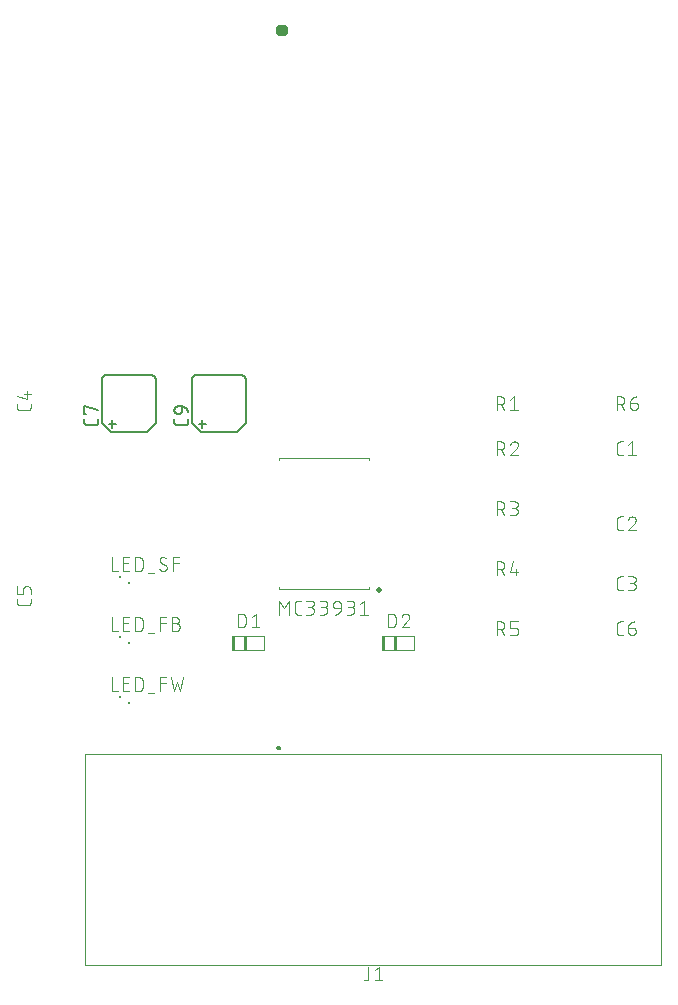
<source format=gbr>
G04 EAGLE Gerber RS-274X export*
G75*
%MOMM*%
%FSLAX34Y34*%
%LPD*%
%INSilkscreen Top*%
%IPPOS*%
%AMOC8*
5,1,8,0,0,1.08239X$1,22.5*%
G01*
%ADD10C,0.101600*%
%ADD11C,0.152400*%
%ADD12C,0.127000*%
%ADD13C,0.050000*%
%ADD14C,0.050800*%
%ADD15C,0.100000*%
%ADD16C,0.200000*%
%ADD17C,0.200000*%
%ADD18C,0.250000*%
%ADD19R,0.200000X0.200000*%
%ADD20C,0.500000*%
%ADD21C,0.120000*%
%ADD22C,0.609600*%


D10*
X1155051Y540258D02*
X1152454Y540258D01*
X1152355Y540260D01*
X1152255Y540266D01*
X1152156Y540275D01*
X1152058Y540288D01*
X1151960Y540305D01*
X1151862Y540326D01*
X1151766Y540351D01*
X1151671Y540379D01*
X1151577Y540411D01*
X1151484Y540446D01*
X1151392Y540485D01*
X1151302Y540528D01*
X1151214Y540573D01*
X1151127Y540623D01*
X1151043Y540675D01*
X1150960Y540731D01*
X1150880Y540789D01*
X1150802Y540851D01*
X1150727Y540916D01*
X1150654Y540984D01*
X1150584Y541054D01*
X1150516Y541127D01*
X1150451Y541202D01*
X1150389Y541280D01*
X1150331Y541360D01*
X1150275Y541443D01*
X1150223Y541527D01*
X1150173Y541614D01*
X1150128Y541702D01*
X1150085Y541792D01*
X1150046Y541884D01*
X1150011Y541977D01*
X1149979Y542071D01*
X1149951Y542166D01*
X1149926Y542262D01*
X1149905Y542360D01*
X1149888Y542458D01*
X1149875Y542556D01*
X1149866Y542655D01*
X1149860Y542755D01*
X1149858Y542854D01*
X1149858Y549346D01*
X1149860Y549445D01*
X1149866Y549545D01*
X1149875Y549644D01*
X1149888Y549742D01*
X1149905Y549840D01*
X1149926Y549938D01*
X1149951Y550034D01*
X1149979Y550129D01*
X1150011Y550223D01*
X1150046Y550316D01*
X1150085Y550408D01*
X1150128Y550498D01*
X1150173Y550586D01*
X1150223Y550673D01*
X1150275Y550757D01*
X1150331Y550840D01*
X1150389Y550920D01*
X1150451Y550998D01*
X1150516Y551073D01*
X1150584Y551146D01*
X1150654Y551216D01*
X1150727Y551284D01*
X1150802Y551349D01*
X1150880Y551411D01*
X1150960Y551469D01*
X1151043Y551525D01*
X1151127Y551577D01*
X1151214Y551627D01*
X1151302Y551672D01*
X1151392Y551715D01*
X1151484Y551754D01*
X1151576Y551789D01*
X1151671Y551821D01*
X1151766Y551849D01*
X1151862Y551874D01*
X1151960Y551895D01*
X1152058Y551912D01*
X1152156Y551925D01*
X1152255Y551934D01*
X1152355Y551940D01*
X1152454Y551942D01*
X1155051Y551942D01*
X1159416Y549346D02*
X1162662Y551942D01*
X1162662Y540258D01*
X1165907Y540258D02*
X1159416Y540258D01*
X1155051Y476758D02*
X1152454Y476758D01*
X1152355Y476760D01*
X1152255Y476766D01*
X1152156Y476775D01*
X1152058Y476788D01*
X1151960Y476805D01*
X1151862Y476826D01*
X1151766Y476851D01*
X1151671Y476879D01*
X1151577Y476911D01*
X1151484Y476946D01*
X1151392Y476985D01*
X1151302Y477028D01*
X1151214Y477073D01*
X1151127Y477123D01*
X1151043Y477175D01*
X1150960Y477231D01*
X1150880Y477289D01*
X1150802Y477351D01*
X1150727Y477416D01*
X1150654Y477484D01*
X1150584Y477554D01*
X1150516Y477627D01*
X1150451Y477702D01*
X1150389Y477780D01*
X1150331Y477860D01*
X1150275Y477943D01*
X1150223Y478027D01*
X1150173Y478114D01*
X1150128Y478202D01*
X1150085Y478292D01*
X1150046Y478384D01*
X1150011Y478477D01*
X1149979Y478571D01*
X1149951Y478666D01*
X1149926Y478762D01*
X1149905Y478860D01*
X1149888Y478958D01*
X1149875Y479056D01*
X1149866Y479155D01*
X1149860Y479255D01*
X1149858Y479354D01*
X1149858Y485846D01*
X1149860Y485945D01*
X1149866Y486045D01*
X1149875Y486144D01*
X1149888Y486242D01*
X1149905Y486340D01*
X1149926Y486438D01*
X1149951Y486534D01*
X1149979Y486629D01*
X1150011Y486723D01*
X1150046Y486816D01*
X1150085Y486908D01*
X1150128Y486998D01*
X1150173Y487086D01*
X1150223Y487173D01*
X1150275Y487257D01*
X1150331Y487340D01*
X1150389Y487420D01*
X1150451Y487498D01*
X1150516Y487573D01*
X1150584Y487646D01*
X1150654Y487716D01*
X1150727Y487784D01*
X1150802Y487849D01*
X1150880Y487911D01*
X1150960Y487969D01*
X1151043Y488025D01*
X1151127Y488077D01*
X1151214Y488127D01*
X1151302Y488172D01*
X1151392Y488215D01*
X1151484Y488254D01*
X1151576Y488289D01*
X1151671Y488321D01*
X1151766Y488349D01*
X1151862Y488374D01*
X1151960Y488395D01*
X1152058Y488412D01*
X1152156Y488425D01*
X1152255Y488434D01*
X1152355Y488440D01*
X1152454Y488442D01*
X1155051Y488442D01*
X1162986Y488442D02*
X1163093Y488440D01*
X1163199Y488434D01*
X1163305Y488424D01*
X1163411Y488411D01*
X1163517Y488393D01*
X1163621Y488372D01*
X1163725Y488347D01*
X1163828Y488318D01*
X1163929Y488286D01*
X1164029Y488249D01*
X1164128Y488209D01*
X1164226Y488166D01*
X1164322Y488119D01*
X1164416Y488068D01*
X1164508Y488014D01*
X1164598Y487957D01*
X1164686Y487897D01*
X1164771Y487833D01*
X1164854Y487766D01*
X1164935Y487696D01*
X1165013Y487624D01*
X1165089Y487548D01*
X1165161Y487470D01*
X1165231Y487389D01*
X1165298Y487306D01*
X1165362Y487221D01*
X1165422Y487133D01*
X1165479Y487043D01*
X1165533Y486951D01*
X1165584Y486857D01*
X1165631Y486761D01*
X1165674Y486663D01*
X1165714Y486564D01*
X1165751Y486464D01*
X1165783Y486363D01*
X1165812Y486260D01*
X1165837Y486156D01*
X1165858Y486052D01*
X1165876Y485946D01*
X1165889Y485840D01*
X1165899Y485734D01*
X1165905Y485628D01*
X1165907Y485521D01*
X1162986Y488442D02*
X1162865Y488440D01*
X1162744Y488434D01*
X1162624Y488424D01*
X1162503Y488411D01*
X1162384Y488393D01*
X1162264Y488372D01*
X1162146Y488347D01*
X1162029Y488318D01*
X1161912Y488285D01*
X1161797Y488249D01*
X1161683Y488208D01*
X1161570Y488165D01*
X1161458Y488117D01*
X1161349Y488066D01*
X1161241Y488011D01*
X1161134Y487953D01*
X1161030Y487892D01*
X1160928Y487827D01*
X1160828Y487759D01*
X1160730Y487688D01*
X1160634Y487614D01*
X1160541Y487537D01*
X1160451Y487456D01*
X1160363Y487373D01*
X1160278Y487287D01*
X1160195Y487198D01*
X1160116Y487107D01*
X1160039Y487013D01*
X1159966Y486917D01*
X1159896Y486819D01*
X1159829Y486718D01*
X1159765Y486615D01*
X1159705Y486510D01*
X1159648Y486403D01*
X1159594Y486295D01*
X1159544Y486185D01*
X1159498Y486073D01*
X1159455Y485960D01*
X1159416Y485845D01*
X1164934Y483249D02*
X1165013Y483326D01*
X1165089Y483407D01*
X1165162Y483490D01*
X1165232Y483575D01*
X1165299Y483663D01*
X1165363Y483753D01*
X1165423Y483845D01*
X1165480Y483940D01*
X1165534Y484036D01*
X1165585Y484134D01*
X1165632Y484234D01*
X1165676Y484336D01*
X1165716Y484439D01*
X1165752Y484543D01*
X1165784Y484649D01*
X1165813Y484755D01*
X1165838Y484863D01*
X1165860Y484971D01*
X1165877Y485081D01*
X1165891Y485190D01*
X1165900Y485300D01*
X1165906Y485411D01*
X1165908Y485521D01*
X1164934Y483249D02*
X1159416Y476758D01*
X1165907Y476758D01*
X1155051Y425958D02*
X1152454Y425958D01*
X1152355Y425960D01*
X1152255Y425966D01*
X1152156Y425975D01*
X1152058Y425988D01*
X1151960Y426005D01*
X1151862Y426026D01*
X1151766Y426051D01*
X1151671Y426079D01*
X1151577Y426111D01*
X1151484Y426146D01*
X1151392Y426185D01*
X1151302Y426228D01*
X1151214Y426273D01*
X1151127Y426323D01*
X1151043Y426375D01*
X1150960Y426431D01*
X1150880Y426489D01*
X1150802Y426551D01*
X1150727Y426616D01*
X1150654Y426684D01*
X1150584Y426754D01*
X1150516Y426827D01*
X1150451Y426902D01*
X1150389Y426980D01*
X1150331Y427060D01*
X1150275Y427143D01*
X1150223Y427227D01*
X1150173Y427314D01*
X1150128Y427402D01*
X1150085Y427492D01*
X1150046Y427584D01*
X1150011Y427677D01*
X1149979Y427771D01*
X1149951Y427866D01*
X1149926Y427962D01*
X1149905Y428060D01*
X1149888Y428158D01*
X1149875Y428256D01*
X1149866Y428355D01*
X1149860Y428455D01*
X1149858Y428554D01*
X1149858Y435046D01*
X1149860Y435145D01*
X1149866Y435245D01*
X1149875Y435344D01*
X1149888Y435442D01*
X1149905Y435540D01*
X1149926Y435638D01*
X1149951Y435734D01*
X1149979Y435829D01*
X1150011Y435923D01*
X1150046Y436016D01*
X1150085Y436108D01*
X1150128Y436198D01*
X1150173Y436286D01*
X1150223Y436373D01*
X1150275Y436457D01*
X1150331Y436540D01*
X1150389Y436620D01*
X1150451Y436698D01*
X1150516Y436773D01*
X1150584Y436846D01*
X1150654Y436916D01*
X1150727Y436984D01*
X1150802Y437049D01*
X1150880Y437111D01*
X1150960Y437169D01*
X1151043Y437225D01*
X1151127Y437277D01*
X1151214Y437327D01*
X1151302Y437372D01*
X1151392Y437415D01*
X1151484Y437454D01*
X1151576Y437489D01*
X1151671Y437521D01*
X1151766Y437549D01*
X1151862Y437574D01*
X1151960Y437595D01*
X1152058Y437612D01*
X1152156Y437625D01*
X1152255Y437634D01*
X1152355Y437640D01*
X1152454Y437642D01*
X1155051Y437642D01*
X1159416Y425958D02*
X1162662Y425958D01*
X1162775Y425960D01*
X1162888Y425966D01*
X1163001Y425976D01*
X1163114Y425990D01*
X1163226Y426007D01*
X1163337Y426029D01*
X1163447Y426054D01*
X1163557Y426084D01*
X1163665Y426117D01*
X1163772Y426154D01*
X1163878Y426194D01*
X1163982Y426239D01*
X1164085Y426287D01*
X1164186Y426338D01*
X1164285Y426393D01*
X1164382Y426451D01*
X1164477Y426513D01*
X1164570Y426578D01*
X1164660Y426646D01*
X1164748Y426717D01*
X1164834Y426792D01*
X1164917Y426869D01*
X1164997Y426949D01*
X1165074Y427032D01*
X1165149Y427118D01*
X1165220Y427206D01*
X1165288Y427296D01*
X1165353Y427389D01*
X1165415Y427484D01*
X1165473Y427581D01*
X1165528Y427680D01*
X1165579Y427781D01*
X1165627Y427884D01*
X1165672Y427988D01*
X1165712Y428094D01*
X1165749Y428201D01*
X1165782Y428309D01*
X1165812Y428419D01*
X1165837Y428529D01*
X1165859Y428640D01*
X1165876Y428752D01*
X1165890Y428865D01*
X1165900Y428978D01*
X1165906Y429091D01*
X1165908Y429204D01*
X1165906Y429317D01*
X1165900Y429430D01*
X1165890Y429543D01*
X1165876Y429656D01*
X1165859Y429768D01*
X1165837Y429879D01*
X1165812Y429989D01*
X1165782Y430099D01*
X1165749Y430207D01*
X1165712Y430314D01*
X1165672Y430420D01*
X1165627Y430524D01*
X1165579Y430627D01*
X1165528Y430728D01*
X1165473Y430827D01*
X1165415Y430924D01*
X1165353Y431019D01*
X1165288Y431112D01*
X1165220Y431202D01*
X1165149Y431290D01*
X1165074Y431376D01*
X1164997Y431459D01*
X1164917Y431539D01*
X1164834Y431616D01*
X1164748Y431691D01*
X1164660Y431762D01*
X1164570Y431830D01*
X1164477Y431895D01*
X1164382Y431957D01*
X1164285Y432015D01*
X1164186Y432070D01*
X1164085Y432121D01*
X1163982Y432169D01*
X1163878Y432214D01*
X1163772Y432254D01*
X1163665Y432291D01*
X1163557Y432324D01*
X1163447Y432354D01*
X1163337Y432379D01*
X1163226Y432401D01*
X1163114Y432418D01*
X1163001Y432432D01*
X1162888Y432442D01*
X1162775Y432448D01*
X1162662Y432450D01*
X1163311Y437642D02*
X1159416Y437642D01*
X1163311Y437642D02*
X1163412Y437640D01*
X1163512Y437634D01*
X1163612Y437624D01*
X1163712Y437611D01*
X1163811Y437593D01*
X1163910Y437572D01*
X1164007Y437547D01*
X1164104Y437518D01*
X1164199Y437485D01*
X1164293Y437449D01*
X1164385Y437409D01*
X1164476Y437366D01*
X1164565Y437319D01*
X1164652Y437269D01*
X1164738Y437215D01*
X1164821Y437158D01*
X1164901Y437098D01*
X1164980Y437035D01*
X1165056Y436968D01*
X1165129Y436899D01*
X1165199Y436827D01*
X1165267Y436753D01*
X1165332Y436676D01*
X1165393Y436596D01*
X1165452Y436514D01*
X1165507Y436430D01*
X1165559Y436344D01*
X1165608Y436256D01*
X1165653Y436166D01*
X1165695Y436074D01*
X1165733Y435981D01*
X1165767Y435886D01*
X1165798Y435791D01*
X1165825Y435694D01*
X1165848Y435596D01*
X1165868Y435497D01*
X1165883Y435397D01*
X1165895Y435297D01*
X1165903Y435197D01*
X1165907Y435096D01*
X1165907Y434996D01*
X1165903Y434895D01*
X1165895Y434795D01*
X1165883Y434695D01*
X1165868Y434595D01*
X1165848Y434496D01*
X1165825Y434398D01*
X1165798Y434301D01*
X1165767Y434206D01*
X1165733Y434111D01*
X1165695Y434018D01*
X1165653Y433926D01*
X1165608Y433836D01*
X1165559Y433748D01*
X1165507Y433662D01*
X1165452Y433578D01*
X1165393Y433496D01*
X1165332Y433416D01*
X1165267Y433339D01*
X1165199Y433265D01*
X1165129Y433193D01*
X1165056Y433124D01*
X1164980Y433057D01*
X1164901Y432994D01*
X1164821Y432934D01*
X1164738Y432877D01*
X1164652Y432823D01*
X1164565Y432773D01*
X1164476Y432726D01*
X1164385Y432683D01*
X1164293Y432643D01*
X1164199Y432607D01*
X1164104Y432574D01*
X1164007Y432545D01*
X1163910Y432520D01*
X1163811Y432499D01*
X1163712Y432481D01*
X1163612Y432468D01*
X1163512Y432458D01*
X1163412Y432452D01*
X1163311Y432450D01*
X1163311Y432449D02*
X1160714Y432449D01*
X653542Y580954D02*
X653542Y583551D01*
X653542Y580954D02*
X653540Y580855D01*
X653534Y580755D01*
X653525Y580656D01*
X653512Y580558D01*
X653495Y580460D01*
X653474Y580362D01*
X653449Y580266D01*
X653421Y580171D01*
X653389Y580077D01*
X653354Y579984D01*
X653315Y579892D01*
X653272Y579802D01*
X653227Y579714D01*
X653177Y579627D01*
X653125Y579543D01*
X653069Y579460D01*
X653011Y579380D01*
X652949Y579302D01*
X652884Y579227D01*
X652816Y579154D01*
X652746Y579084D01*
X652673Y579016D01*
X652598Y578951D01*
X652520Y578889D01*
X652440Y578831D01*
X652357Y578775D01*
X652273Y578723D01*
X652186Y578673D01*
X652098Y578628D01*
X652008Y578585D01*
X651916Y578546D01*
X651823Y578511D01*
X651729Y578479D01*
X651634Y578451D01*
X651538Y578426D01*
X651440Y578405D01*
X651342Y578388D01*
X651244Y578375D01*
X651145Y578366D01*
X651045Y578360D01*
X650946Y578358D01*
X644454Y578358D01*
X644355Y578360D01*
X644255Y578366D01*
X644156Y578375D01*
X644058Y578388D01*
X643960Y578406D01*
X643862Y578426D01*
X643766Y578451D01*
X643670Y578479D01*
X643576Y578511D01*
X643483Y578546D01*
X643392Y578585D01*
X643302Y578628D01*
X643213Y578673D01*
X643127Y578723D01*
X643042Y578775D01*
X642960Y578831D01*
X642880Y578890D01*
X642802Y578951D01*
X642726Y579016D01*
X642653Y579084D01*
X642583Y579154D01*
X642515Y579227D01*
X642450Y579303D01*
X642389Y579381D01*
X642330Y579461D01*
X642274Y579543D01*
X642222Y579628D01*
X642173Y579714D01*
X642127Y579803D01*
X642084Y579893D01*
X642045Y579984D01*
X642010Y580077D01*
X641978Y580171D01*
X641950Y580267D01*
X641925Y580363D01*
X641905Y580461D01*
X641887Y580559D01*
X641874Y580657D01*
X641865Y580756D01*
X641859Y580855D01*
X641857Y580955D01*
X641858Y580954D02*
X641858Y583551D01*
X641858Y590513D02*
X650946Y587916D01*
X650946Y594407D01*
X648349Y592460D02*
X653542Y592460D01*
X653542Y418451D02*
X653542Y415854D01*
X653540Y415755D01*
X653534Y415655D01*
X653525Y415556D01*
X653512Y415458D01*
X653495Y415360D01*
X653474Y415262D01*
X653449Y415166D01*
X653421Y415071D01*
X653389Y414977D01*
X653354Y414884D01*
X653315Y414792D01*
X653272Y414702D01*
X653227Y414614D01*
X653177Y414527D01*
X653125Y414443D01*
X653069Y414360D01*
X653011Y414280D01*
X652949Y414202D01*
X652884Y414127D01*
X652816Y414054D01*
X652746Y413984D01*
X652673Y413916D01*
X652598Y413851D01*
X652520Y413789D01*
X652440Y413731D01*
X652357Y413675D01*
X652273Y413623D01*
X652186Y413573D01*
X652098Y413528D01*
X652008Y413485D01*
X651916Y413446D01*
X651823Y413411D01*
X651729Y413379D01*
X651634Y413351D01*
X651538Y413326D01*
X651440Y413305D01*
X651342Y413288D01*
X651244Y413275D01*
X651145Y413266D01*
X651045Y413260D01*
X650946Y413258D01*
X644454Y413258D01*
X644355Y413260D01*
X644255Y413266D01*
X644156Y413275D01*
X644058Y413288D01*
X643960Y413306D01*
X643862Y413326D01*
X643766Y413351D01*
X643670Y413379D01*
X643576Y413411D01*
X643483Y413446D01*
X643392Y413485D01*
X643302Y413528D01*
X643213Y413573D01*
X643127Y413623D01*
X643042Y413675D01*
X642960Y413731D01*
X642880Y413790D01*
X642802Y413851D01*
X642726Y413916D01*
X642653Y413984D01*
X642583Y414054D01*
X642515Y414127D01*
X642450Y414203D01*
X642389Y414281D01*
X642330Y414361D01*
X642274Y414443D01*
X642222Y414528D01*
X642173Y414614D01*
X642127Y414703D01*
X642084Y414793D01*
X642045Y414884D01*
X642010Y414977D01*
X641978Y415071D01*
X641950Y415167D01*
X641925Y415263D01*
X641905Y415361D01*
X641887Y415459D01*
X641874Y415557D01*
X641865Y415656D01*
X641859Y415755D01*
X641857Y415855D01*
X641858Y415854D02*
X641858Y418451D01*
X653542Y422816D02*
X653542Y426711D01*
X653540Y426810D01*
X653534Y426910D01*
X653525Y427009D01*
X653512Y427107D01*
X653495Y427205D01*
X653474Y427303D01*
X653449Y427399D01*
X653421Y427494D01*
X653389Y427588D01*
X653354Y427681D01*
X653315Y427773D01*
X653272Y427863D01*
X653227Y427951D01*
X653177Y428038D01*
X653125Y428122D01*
X653069Y428205D01*
X653011Y428285D01*
X652949Y428363D01*
X652884Y428438D01*
X652816Y428511D01*
X652746Y428581D01*
X652673Y428649D01*
X652598Y428714D01*
X652520Y428776D01*
X652440Y428834D01*
X652357Y428890D01*
X652273Y428942D01*
X652186Y428992D01*
X652098Y429037D01*
X652008Y429080D01*
X651916Y429119D01*
X651823Y429154D01*
X651729Y429186D01*
X651634Y429214D01*
X651538Y429239D01*
X651440Y429260D01*
X651342Y429277D01*
X651244Y429290D01*
X651145Y429299D01*
X651045Y429305D01*
X650946Y429307D01*
X649647Y429307D01*
X649548Y429305D01*
X649448Y429299D01*
X649349Y429290D01*
X649251Y429277D01*
X649153Y429260D01*
X649055Y429239D01*
X648959Y429214D01*
X648864Y429186D01*
X648770Y429154D01*
X648677Y429119D01*
X648585Y429080D01*
X648495Y429037D01*
X648407Y428992D01*
X648320Y428942D01*
X648236Y428890D01*
X648153Y428834D01*
X648073Y428776D01*
X647995Y428714D01*
X647920Y428649D01*
X647847Y428581D01*
X647777Y428511D01*
X647709Y428438D01*
X647644Y428363D01*
X647582Y428285D01*
X647524Y428205D01*
X647468Y428122D01*
X647416Y428038D01*
X647366Y427951D01*
X647321Y427863D01*
X647278Y427773D01*
X647239Y427681D01*
X647204Y427588D01*
X647172Y427494D01*
X647144Y427399D01*
X647119Y427303D01*
X647098Y427205D01*
X647081Y427107D01*
X647068Y427009D01*
X647059Y426910D01*
X647053Y426810D01*
X647051Y426711D01*
X647051Y422816D01*
X641858Y422816D01*
X641858Y429307D01*
X1152454Y387858D02*
X1155051Y387858D01*
X1152454Y387858D02*
X1152355Y387860D01*
X1152255Y387866D01*
X1152156Y387875D01*
X1152058Y387888D01*
X1151960Y387905D01*
X1151862Y387926D01*
X1151766Y387951D01*
X1151671Y387979D01*
X1151577Y388011D01*
X1151484Y388046D01*
X1151392Y388085D01*
X1151302Y388128D01*
X1151214Y388173D01*
X1151127Y388223D01*
X1151043Y388275D01*
X1150960Y388331D01*
X1150880Y388389D01*
X1150802Y388451D01*
X1150727Y388516D01*
X1150654Y388584D01*
X1150584Y388654D01*
X1150516Y388727D01*
X1150451Y388802D01*
X1150389Y388880D01*
X1150331Y388960D01*
X1150275Y389043D01*
X1150223Y389127D01*
X1150173Y389214D01*
X1150128Y389302D01*
X1150085Y389392D01*
X1150046Y389484D01*
X1150011Y389577D01*
X1149979Y389671D01*
X1149951Y389766D01*
X1149926Y389862D01*
X1149905Y389960D01*
X1149888Y390058D01*
X1149875Y390156D01*
X1149866Y390255D01*
X1149860Y390355D01*
X1149858Y390454D01*
X1149858Y396946D01*
X1149860Y397045D01*
X1149866Y397145D01*
X1149875Y397244D01*
X1149888Y397342D01*
X1149905Y397440D01*
X1149926Y397538D01*
X1149951Y397634D01*
X1149979Y397729D01*
X1150011Y397823D01*
X1150046Y397916D01*
X1150085Y398008D01*
X1150128Y398098D01*
X1150173Y398186D01*
X1150223Y398273D01*
X1150275Y398357D01*
X1150331Y398440D01*
X1150389Y398520D01*
X1150451Y398598D01*
X1150516Y398673D01*
X1150584Y398746D01*
X1150654Y398816D01*
X1150727Y398884D01*
X1150802Y398949D01*
X1150880Y399011D01*
X1150960Y399069D01*
X1151043Y399125D01*
X1151127Y399177D01*
X1151214Y399227D01*
X1151302Y399272D01*
X1151392Y399315D01*
X1151484Y399354D01*
X1151576Y399389D01*
X1151671Y399421D01*
X1151766Y399449D01*
X1151862Y399474D01*
X1151960Y399495D01*
X1152058Y399512D01*
X1152156Y399525D01*
X1152255Y399534D01*
X1152355Y399540D01*
X1152454Y399542D01*
X1155051Y399542D01*
X1159416Y394349D02*
X1163311Y394349D01*
X1163410Y394347D01*
X1163510Y394341D01*
X1163609Y394332D01*
X1163707Y394319D01*
X1163805Y394302D01*
X1163903Y394281D01*
X1163999Y394256D01*
X1164094Y394228D01*
X1164188Y394196D01*
X1164281Y394161D01*
X1164373Y394122D01*
X1164463Y394079D01*
X1164551Y394034D01*
X1164638Y393984D01*
X1164722Y393932D01*
X1164805Y393876D01*
X1164885Y393818D01*
X1164963Y393756D01*
X1165038Y393691D01*
X1165111Y393623D01*
X1165181Y393553D01*
X1165249Y393480D01*
X1165314Y393405D01*
X1165376Y393327D01*
X1165434Y393247D01*
X1165490Y393164D01*
X1165542Y393080D01*
X1165592Y392993D01*
X1165637Y392905D01*
X1165680Y392815D01*
X1165719Y392723D01*
X1165754Y392630D01*
X1165786Y392536D01*
X1165814Y392441D01*
X1165839Y392345D01*
X1165860Y392247D01*
X1165877Y392149D01*
X1165890Y392051D01*
X1165899Y391952D01*
X1165905Y391852D01*
X1165907Y391753D01*
X1165907Y391104D01*
X1165908Y391104D02*
X1165906Y390991D01*
X1165900Y390878D01*
X1165890Y390765D01*
X1165876Y390652D01*
X1165859Y390540D01*
X1165837Y390429D01*
X1165812Y390319D01*
X1165782Y390209D01*
X1165749Y390101D01*
X1165712Y389994D01*
X1165672Y389888D01*
X1165627Y389784D01*
X1165579Y389681D01*
X1165528Y389580D01*
X1165473Y389481D01*
X1165415Y389384D01*
X1165353Y389289D01*
X1165288Y389196D01*
X1165220Y389106D01*
X1165149Y389018D01*
X1165074Y388932D01*
X1164997Y388849D01*
X1164917Y388769D01*
X1164834Y388692D01*
X1164748Y388617D01*
X1164660Y388546D01*
X1164570Y388478D01*
X1164477Y388413D01*
X1164382Y388351D01*
X1164285Y388293D01*
X1164186Y388238D01*
X1164085Y388187D01*
X1163982Y388139D01*
X1163878Y388094D01*
X1163772Y388054D01*
X1163665Y388017D01*
X1163557Y387984D01*
X1163447Y387954D01*
X1163337Y387929D01*
X1163226Y387907D01*
X1163114Y387890D01*
X1163001Y387876D01*
X1162888Y387866D01*
X1162775Y387860D01*
X1162662Y387858D01*
X1162549Y387860D01*
X1162436Y387866D01*
X1162323Y387876D01*
X1162210Y387890D01*
X1162098Y387907D01*
X1161987Y387929D01*
X1161877Y387954D01*
X1161767Y387984D01*
X1161659Y388017D01*
X1161552Y388054D01*
X1161446Y388094D01*
X1161342Y388139D01*
X1161239Y388187D01*
X1161138Y388238D01*
X1161039Y388293D01*
X1160942Y388351D01*
X1160847Y388413D01*
X1160754Y388478D01*
X1160664Y388546D01*
X1160576Y388617D01*
X1160490Y388692D01*
X1160407Y388769D01*
X1160327Y388849D01*
X1160250Y388932D01*
X1160175Y389018D01*
X1160104Y389106D01*
X1160036Y389196D01*
X1159971Y389289D01*
X1159909Y389384D01*
X1159851Y389481D01*
X1159796Y389580D01*
X1159745Y389681D01*
X1159697Y389784D01*
X1159652Y389888D01*
X1159612Y389994D01*
X1159575Y390101D01*
X1159542Y390209D01*
X1159512Y390319D01*
X1159487Y390429D01*
X1159465Y390540D01*
X1159448Y390652D01*
X1159434Y390765D01*
X1159424Y390878D01*
X1159418Y390991D01*
X1159416Y391104D01*
X1159416Y394349D01*
X1159418Y394492D01*
X1159424Y394635D01*
X1159434Y394778D01*
X1159448Y394920D01*
X1159465Y395062D01*
X1159487Y395204D01*
X1159512Y395345D01*
X1159542Y395485D01*
X1159575Y395624D01*
X1159612Y395762D01*
X1159653Y395899D01*
X1159697Y396035D01*
X1159746Y396170D01*
X1159798Y396303D01*
X1159853Y396435D01*
X1159913Y396565D01*
X1159976Y396694D01*
X1160042Y396821D01*
X1160112Y396945D01*
X1160185Y397068D01*
X1160262Y397189D01*
X1160342Y397308D01*
X1160425Y397424D01*
X1160511Y397539D01*
X1160600Y397650D01*
X1160693Y397760D01*
X1160788Y397866D01*
X1160887Y397970D01*
X1160988Y398071D01*
X1161092Y398170D01*
X1161198Y398265D01*
X1161308Y398358D01*
X1161419Y398447D01*
X1161534Y398533D01*
X1161650Y398616D01*
X1161769Y398696D01*
X1161890Y398773D01*
X1162012Y398846D01*
X1162137Y398916D01*
X1162264Y398982D01*
X1162393Y399045D01*
X1162523Y399105D01*
X1162655Y399160D01*
X1162788Y399212D01*
X1162923Y399261D01*
X1163059Y399305D01*
X1163196Y399346D01*
X1163334Y399383D01*
X1163473Y399416D01*
X1163613Y399446D01*
X1163754Y399471D01*
X1163896Y399493D01*
X1164038Y399510D01*
X1164180Y399524D01*
X1164323Y399534D01*
X1164466Y399540D01*
X1164609Y399542D01*
D11*
X713740Y567690D02*
X713740Y604520D01*
X717550Y608330D02*
X755650Y608330D01*
X759460Y604520D02*
X759460Y567690D01*
X721360Y560070D02*
X713740Y567690D01*
X719836Y566420D02*
X726186Y566420D01*
X722884Y569722D02*
X722884Y563118D01*
X751840Y560070D02*
X759460Y567690D01*
X751840Y560070D02*
X721360Y560070D01*
X713740Y604520D02*
X713742Y604642D01*
X713748Y604764D01*
X713758Y604886D01*
X713771Y605007D01*
X713789Y605128D01*
X713810Y605248D01*
X713836Y605368D01*
X713865Y605486D01*
X713897Y605604D01*
X713934Y605721D01*
X713974Y605836D01*
X714018Y605950D01*
X714066Y606062D01*
X714117Y606173D01*
X714172Y606282D01*
X714230Y606390D01*
X714292Y606495D01*
X714357Y606598D01*
X714425Y606700D01*
X714497Y606799D01*
X714571Y606895D01*
X714649Y606990D01*
X714730Y607081D01*
X714813Y607171D01*
X714899Y607257D01*
X714989Y607340D01*
X715080Y607421D01*
X715175Y607499D01*
X715271Y607573D01*
X715370Y607645D01*
X715472Y607713D01*
X715575Y607778D01*
X715680Y607840D01*
X715788Y607898D01*
X715897Y607953D01*
X716008Y608004D01*
X716120Y608052D01*
X716234Y608096D01*
X716349Y608136D01*
X716466Y608173D01*
X716584Y608205D01*
X716702Y608234D01*
X716822Y608260D01*
X716942Y608281D01*
X717063Y608299D01*
X717184Y608312D01*
X717306Y608322D01*
X717428Y608328D01*
X717550Y608330D01*
X755650Y608330D02*
X755772Y608328D01*
X755894Y608322D01*
X756016Y608312D01*
X756137Y608299D01*
X756258Y608281D01*
X756378Y608260D01*
X756498Y608234D01*
X756616Y608205D01*
X756734Y608173D01*
X756851Y608136D01*
X756966Y608096D01*
X757080Y608052D01*
X757192Y608004D01*
X757303Y607953D01*
X757412Y607898D01*
X757520Y607840D01*
X757625Y607778D01*
X757728Y607713D01*
X757830Y607645D01*
X757929Y607573D01*
X758025Y607499D01*
X758120Y607421D01*
X758211Y607340D01*
X758301Y607257D01*
X758387Y607171D01*
X758470Y607081D01*
X758551Y606990D01*
X758629Y606895D01*
X758703Y606799D01*
X758775Y606700D01*
X758843Y606598D01*
X758908Y606495D01*
X758970Y606390D01*
X759028Y606282D01*
X759083Y606173D01*
X759134Y606062D01*
X759182Y605950D01*
X759226Y605836D01*
X759266Y605721D01*
X759303Y605604D01*
X759335Y605486D01*
X759364Y605368D01*
X759390Y605248D01*
X759411Y605128D01*
X759429Y605007D01*
X759442Y604886D01*
X759452Y604764D01*
X759458Y604642D01*
X759460Y604520D01*
D12*
X710565Y570865D02*
X710565Y568325D01*
X710563Y568225D01*
X710557Y568126D01*
X710547Y568026D01*
X710534Y567928D01*
X710516Y567829D01*
X710495Y567732D01*
X710470Y567636D01*
X710441Y567540D01*
X710408Y567446D01*
X710372Y567353D01*
X710332Y567262D01*
X710288Y567172D01*
X710241Y567084D01*
X710191Y566998D01*
X710137Y566914D01*
X710080Y566832D01*
X710020Y566753D01*
X709956Y566675D01*
X709890Y566601D01*
X709821Y566529D01*
X709749Y566460D01*
X709675Y566394D01*
X709597Y566330D01*
X709518Y566270D01*
X709436Y566213D01*
X709352Y566159D01*
X709266Y566109D01*
X709178Y566062D01*
X709088Y566018D01*
X708997Y565978D01*
X708904Y565942D01*
X708810Y565909D01*
X708714Y565880D01*
X708618Y565855D01*
X708521Y565834D01*
X708422Y565816D01*
X708324Y565803D01*
X708224Y565793D01*
X708125Y565787D01*
X708025Y565785D01*
X701675Y565785D01*
X701575Y565787D01*
X701476Y565793D01*
X701376Y565803D01*
X701278Y565816D01*
X701179Y565834D01*
X701082Y565855D01*
X700986Y565880D01*
X700890Y565909D01*
X700796Y565942D01*
X700703Y565978D01*
X700612Y566018D01*
X700522Y566062D01*
X700434Y566109D01*
X700348Y566159D01*
X700264Y566213D01*
X700182Y566270D01*
X700103Y566330D01*
X700025Y566394D01*
X699951Y566460D01*
X699879Y566529D01*
X699810Y566601D01*
X699744Y566675D01*
X699680Y566753D01*
X699620Y566832D01*
X699563Y566914D01*
X699509Y566998D01*
X699459Y567084D01*
X699412Y567172D01*
X699368Y567262D01*
X699328Y567353D01*
X699292Y567446D01*
X699259Y567540D01*
X699230Y567636D01*
X699205Y567732D01*
X699184Y567829D01*
X699166Y567928D01*
X699153Y568026D01*
X699143Y568126D01*
X699137Y568225D01*
X699135Y568325D01*
X699135Y570865D01*
X699135Y575347D02*
X700405Y575347D01*
X699135Y575347D02*
X699135Y581697D01*
X710565Y578522D01*
D11*
X789940Y567690D02*
X789940Y604520D01*
X793750Y608330D02*
X831850Y608330D01*
X835660Y604520D02*
X835660Y567690D01*
X797560Y560070D02*
X789940Y567690D01*
X796036Y566420D02*
X802386Y566420D01*
X799084Y569722D02*
X799084Y563118D01*
X828040Y560070D02*
X835660Y567690D01*
X828040Y560070D02*
X797560Y560070D01*
X789940Y604520D02*
X789942Y604642D01*
X789948Y604764D01*
X789958Y604886D01*
X789971Y605007D01*
X789989Y605128D01*
X790010Y605248D01*
X790036Y605368D01*
X790065Y605486D01*
X790097Y605604D01*
X790134Y605721D01*
X790174Y605836D01*
X790218Y605950D01*
X790266Y606062D01*
X790317Y606173D01*
X790372Y606282D01*
X790430Y606390D01*
X790492Y606495D01*
X790557Y606598D01*
X790625Y606700D01*
X790697Y606799D01*
X790771Y606895D01*
X790849Y606990D01*
X790930Y607081D01*
X791013Y607171D01*
X791099Y607257D01*
X791189Y607340D01*
X791280Y607421D01*
X791375Y607499D01*
X791471Y607573D01*
X791570Y607645D01*
X791672Y607713D01*
X791775Y607778D01*
X791880Y607840D01*
X791988Y607898D01*
X792097Y607953D01*
X792208Y608004D01*
X792320Y608052D01*
X792434Y608096D01*
X792549Y608136D01*
X792666Y608173D01*
X792784Y608205D01*
X792902Y608234D01*
X793022Y608260D01*
X793142Y608281D01*
X793263Y608299D01*
X793384Y608312D01*
X793506Y608322D01*
X793628Y608328D01*
X793750Y608330D01*
X831850Y608330D02*
X831972Y608328D01*
X832094Y608322D01*
X832216Y608312D01*
X832337Y608299D01*
X832458Y608281D01*
X832578Y608260D01*
X832698Y608234D01*
X832816Y608205D01*
X832934Y608173D01*
X833051Y608136D01*
X833166Y608096D01*
X833280Y608052D01*
X833392Y608004D01*
X833503Y607953D01*
X833612Y607898D01*
X833720Y607840D01*
X833825Y607778D01*
X833928Y607713D01*
X834030Y607645D01*
X834129Y607573D01*
X834225Y607499D01*
X834320Y607421D01*
X834411Y607340D01*
X834501Y607257D01*
X834587Y607171D01*
X834670Y607081D01*
X834751Y606990D01*
X834829Y606895D01*
X834903Y606799D01*
X834975Y606700D01*
X835043Y606598D01*
X835108Y606495D01*
X835170Y606390D01*
X835228Y606282D01*
X835283Y606173D01*
X835334Y606062D01*
X835382Y605950D01*
X835426Y605836D01*
X835466Y605721D01*
X835503Y605604D01*
X835535Y605486D01*
X835564Y605368D01*
X835590Y605248D01*
X835611Y605128D01*
X835629Y605007D01*
X835642Y604886D01*
X835652Y604764D01*
X835658Y604642D01*
X835660Y604520D01*
D12*
X786765Y570865D02*
X786765Y568325D01*
X786763Y568225D01*
X786757Y568126D01*
X786747Y568026D01*
X786734Y567928D01*
X786716Y567829D01*
X786695Y567732D01*
X786670Y567636D01*
X786641Y567540D01*
X786608Y567446D01*
X786572Y567353D01*
X786532Y567262D01*
X786488Y567172D01*
X786441Y567084D01*
X786391Y566998D01*
X786337Y566914D01*
X786280Y566832D01*
X786220Y566753D01*
X786156Y566675D01*
X786090Y566601D01*
X786021Y566529D01*
X785949Y566460D01*
X785875Y566394D01*
X785797Y566330D01*
X785718Y566270D01*
X785636Y566213D01*
X785552Y566159D01*
X785466Y566109D01*
X785378Y566062D01*
X785288Y566018D01*
X785197Y565978D01*
X785104Y565942D01*
X785010Y565909D01*
X784914Y565880D01*
X784818Y565855D01*
X784721Y565834D01*
X784622Y565816D01*
X784524Y565803D01*
X784424Y565793D01*
X784325Y565787D01*
X784225Y565785D01*
X777875Y565785D01*
X777775Y565787D01*
X777676Y565793D01*
X777576Y565803D01*
X777478Y565816D01*
X777379Y565834D01*
X777282Y565855D01*
X777186Y565880D01*
X777090Y565909D01*
X776996Y565942D01*
X776903Y565978D01*
X776812Y566018D01*
X776722Y566062D01*
X776634Y566109D01*
X776548Y566159D01*
X776464Y566213D01*
X776382Y566270D01*
X776303Y566330D01*
X776225Y566394D01*
X776151Y566460D01*
X776079Y566529D01*
X776010Y566601D01*
X775944Y566675D01*
X775880Y566753D01*
X775820Y566832D01*
X775763Y566914D01*
X775709Y566998D01*
X775659Y567084D01*
X775612Y567172D01*
X775568Y567262D01*
X775528Y567353D01*
X775492Y567446D01*
X775459Y567540D01*
X775430Y567636D01*
X775405Y567732D01*
X775384Y567829D01*
X775366Y567928D01*
X775353Y568026D01*
X775343Y568126D01*
X775337Y568225D01*
X775335Y568325D01*
X775335Y570865D01*
X781685Y577887D02*
X781685Y581697D01*
X781685Y577887D02*
X781683Y577787D01*
X781677Y577688D01*
X781667Y577588D01*
X781654Y577490D01*
X781636Y577391D01*
X781615Y577294D01*
X781590Y577198D01*
X781561Y577102D01*
X781528Y577008D01*
X781492Y576915D01*
X781452Y576824D01*
X781408Y576734D01*
X781361Y576646D01*
X781311Y576560D01*
X781257Y576476D01*
X781200Y576394D01*
X781140Y576315D01*
X781076Y576237D01*
X781010Y576163D01*
X780941Y576091D01*
X780869Y576022D01*
X780795Y575956D01*
X780717Y575892D01*
X780638Y575832D01*
X780556Y575775D01*
X780472Y575721D01*
X780386Y575671D01*
X780298Y575624D01*
X780208Y575580D01*
X780117Y575540D01*
X780024Y575504D01*
X779930Y575471D01*
X779834Y575442D01*
X779738Y575417D01*
X779641Y575396D01*
X779542Y575378D01*
X779444Y575365D01*
X779344Y575355D01*
X779245Y575349D01*
X779145Y575347D01*
X778510Y575347D01*
X778399Y575349D01*
X778289Y575355D01*
X778178Y575364D01*
X778068Y575378D01*
X777959Y575395D01*
X777850Y575416D01*
X777742Y575441D01*
X777635Y575470D01*
X777529Y575502D01*
X777424Y575538D01*
X777321Y575578D01*
X777219Y575621D01*
X777118Y575668D01*
X777019Y575719D01*
X776923Y575772D01*
X776828Y575829D01*
X776735Y575890D01*
X776644Y575953D01*
X776555Y576020D01*
X776469Y576090D01*
X776386Y576163D01*
X776304Y576238D01*
X776226Y576316D01*
X776151Y576398D01*
X776078Y576481D01*
X776008Y576567D01*
X775941Y576656D01*
X775878Y576747D01*
X775817Y576840D01*
X775760Y576935D01*
X775707Y577031D01*
X775656Y577130D01*
X775609Y577231D01*
X775566Y577333D01*
X775526Y577436D01*
X775490Y577541D01*
X775458Y577647D01*
X775429Y577754D01*
X775404Y577862D01*
X775383Y577971D01*
X775366Y578080D01*
X775352Y578190D01*
X775343Y578301D01*
X775337Y578411D01*
X775335Y578522D01*
X775337Y578633D01*
X775343Y578743D01*
X775352Y578854D01*
X775366Y578964D01*
X775383Y579073D01*
X775404Y579182D01*
X775429Y579290D01*
X775458Y579397D01*
X775490Y579503D01*
X775526Y579608D01*
X775566Y579711D01*
X775609Y579813D01*
X775656Y579914D01*
X775707Y580013D01*
X775760Y580110D01*
X775817Y580204D01*
X775878Y580297D01*
X775941Y580388D01*
X776008Y580477D01*
X776078Y580563D01*
X776151Y580646D01*
X776226Y580728D01*
X776304Y580806D01*
X776386Y580881D01*
X776469Y580954D01*
X776555Y581024D01*
X776644Y581091D01*
X776735Y581154D01*
X776828Y581215D01*
X776923Y581272D01*
X777019Y581325D01*
X777118Y581376D01*
X777219Y581423D01*
X777321Y581466D01*
X777424Y581506D01*
X777529Y581542D01*
X777635Y581574D01*
X777742Y581603D01*
X777850Y581628D01*
X777959Y581649D01*
X778068Y581666D01*
X778178Y581680D01*
X778289Y581689D01*
X778399Y581695D01*
X778510Y581697D01*
X781685Y581697D01*
X781825Y581695D01*
X781965Y581689D01*
X782105Y581680D01*
X782244Y581666D01*
X782383Y581649D01*
X782521Y581628D01*
X782659Y581603D01*
X782796Y581574D01*
X782932Y581542D01*
X783067Y581505D01*
X783201Y581465D01*
X783334Y581422D01*
X783466Y581374D01*
X783597Y581324D01*
X783726Y581269D01*
X783853Y581211D01*
X783979Y581150D01*
X784103Y581085D01*
X784225Y581016D01*
X784345Y580945D01*
X784463Y580870D01*
X784580Y580792D01*
X784694Y580710D01*
X784805Y580626D01*
X784914Y580538D01*
X785021Y580448D01*
X785126Y580354D01*
X785227Y580258D01*
X785326Y580159D01*
X785422Y580058D01*
X785516Y579953D01*
X785606Y579846D01*
X785694Y579737D01*
X785778Y579626D01*
X785860Y579512D01*
X785938Y579395D01*
X786013Y579277D01*
X786084Y579157D01*
X786153Y579035D01*
X786218Y578911D01*
X786279Y578785D01*
X786337Y578658D01*
X786392Y578529D01*
X786442Y578398D01*
X786490Y578266D01*
X786533Y578133D01*
X786573Y577999D01*
X786610Y577864D01*
X786642Y577728D01*
X786671Y577591D01*
X786696Y577453D01*
X786717Y577315D01*
X786734Y577176D01*
X786748Y577037D01*
X786757Y576897D01*
X786763Y576757D01*
X786765Y576617D01*
D13*
X825200Y387000D02*
X834200Y387000D01*
X851200Y387000D01*
X851200Y375000D01*
X834200Y375000D01*
X825200Y375000D01*
X834200Y375000D02*
X834200Y387000D01*
D11*
X834898Y386334D02*
X834898Y375666D01*
X824738Y375666D02*
X824738Y386334D01*
D14*
X835533Y386969D02*
X835533Y375031D01*
X835533Y386969D02*
X835406Y386969D01*
X825373Y375006D02*
X824230Y375006D01*
X824230Y375666D01*
X824230Y386994D02*
X825246Y386994D01*
X824230Y386994D02*
X824230Y386334D01*
X825373Y386969D02*
X825373Y375158D01*
D10*
X829049Y394557D02*
X829049Y406241D01*
X832295Y406241D01*
X832408Y406239D01*
X832521Y406233D01*
X832634Y406223D01*
X832747Y406209D01*
X832859Y406192D01*
X832970Y406170D01*
X833080Y406145D01*
X833190Y406115D01*
X833298Y406082D01*
X833405Y406045D01*
X833511Y406005D01*
X833615Y405960D01*
X833718Y405912D01*
X833819Y405861D01*
X833918Y405806D01*
X834015Y405748D01*
X834110Y405686D01*
X834203Y405621D01*
X834293Y405553D01*
X834381Y405482D01*
X834467Y405407D01*
X834550Y405330D01*
X834630Y405250D01*
X834707Y405167D01*
X834782Y405081D01*
X834853Y404993D01*
X834921Y404903D01*
X834986Y404810D01*
X835048Y404715D01*
X835106Y404618D01*
X835161Y404519D01*
X835212Y404418D01*
X835260Y404315D01*
X835305Y404211D01*
X835345Y404105D01*
X835382Y403998D01*
X835415Y403890D01*
X835445Y403780D01*
X835470Y403670D01*
X835492Y403559D01*
X835509Y403447D01*
X835523Y403334D01*
X835533Y403221D01*
X835539Y403108D01*
X835541Y402995D01*
X835540Y402995D02*
X835540Y397803D01*
X835541Y397803D02*
X835539Y397690D01*
X835533Y397577D01*
X835523Y397464D01*
X835509Y397351D01*
X835492Y397239D01*
X835470Y397128D01*
X835445Y397018D01*
X835415Y396908D01*
X835382Y396800D01*
X835345Y396693D01*
X835305Y396587D01*
X835260Y396483D01*
X835212Y396380D01*
X835161Y396279D01*
X835106Y396180D01*
X835048Y396083D01*
X834986Y395988D01*
X834921Y395895D01*
X834853Y395805D01*
X834782Y395717D01*
X834707Y395631D01*
X834630Y395548D01*
X834550Y395468D01*
X834467Y395391D01*
X834381Y395316D01*
X834293Y395245D01*
X834203Y395177D01*
X834110Y395112D01*
X834015Y395050D01*
X833918Y394992D01*
X833819Y394937D01*
X833718Y394886D01*
X833615Y394838D01*
X833511Y394793D01*
X833405Y394753D01*
X833298Y394716D01*
X833190Y394683D01*
X833080Y394653D01*
X832970Y394628D01*
X832859Y394606D01*
X832747Y394589D01*
X832634Y394575D01*
X832521Y394565D01*
X832408Y394559D01*
X832295Y394557D01*
X829049Y394557D01*
X840860Y403645D02*
X844105Y406241D01*
X844105Y394557D01*
X840860Y394557D02*
X847351Y394557D01*
D13*
X952200Y387000D02*
X961200Y387000D01*
X978200Y387000D01*
X978200Y375000D01*
X961200Y375000D01*
X952200Y375000D01*
X961200Y375000D02*
X961200Y387000D01*
D11*
X961898Y386334D02*
X961898Y375666D01*
X951738Y375666D02*
X951738Y386334D01*
D14*
X962533Y386969D02*
X962533Y375031D01*
X962533Y386969D02*
X962406Y386969D01*
X952373Y375006D02*
X951230Y375006D01*
X951230Y375666D01*
X951230Y386994D02*
X952246Y386994D01*
X951230Y386994D02*
X951230Y386334D01*
X952373Y386969D02*
X952373Y375158D01*
D10*
X956049Y394557D02*
X956049Y406241D01*
X959295Y406241D01*
X959408Y406239D01*
X959521Y406233D01*
X959634Y406223D01*
X959747Y406209D01*
X959859Y406192D01*
X959970Y406170D01*
X960080Y406145D01*
X960190Y406115D01*
X960298Y406082D01*
X960405Y406045D01*
X960511Y406005D01*
X960615Y405960D01*
X960718Y405912D01*
X960819Y405861D01*
X960918Y405806D01*
X961015Y405748D01*
X961110Y405686D01*
X961203Y405621D01*
X961293Y405553D01*
X961381Y405482D01*
X961467Y405407D01*
X961550Y405330D01*
X961630Y405250D01*
X961707Y405167D01*
X961782Y405081D01*
X961853Y404993D01*
X961921Y404903D01*
X961986Y404810D01*
X962048Y404715D01*
X962106Y404618D01*
X962161Y404519D01*
X962212Y404418D01*
X962260Y404315D01*
X962305Y404211D01*
X962345Y404105D01*
X962382Y403998D01*
X962415Y403890D01*
X962445Y403780D01*
X962470Y403670D01*
X962492Y403559D01*
X962509Y403447D01*
X962523Y403334D01*
X962533Y403221D01*
X962539Y403108D01*
X962541Y402995D01*
X962540Y402995D02*
X962540Y397803D01*
X962541Y397803D02*
X962539Y397690D01*
X962533Y397577D01*
X962523Y397464D01*
X962509Y397351D01*
X962492Y397239D01*
X962470Y397128D01*
X962445Y397018D01*
X962415Y396908D01*
X962382Y396800D01*
X962345Y396693D01*
X962305Y396587D01*
X962260Y396483D01*
X962212Y396380D01*
X962161Y396279D01*
X962106Y396180D01*
X962048Y396083D01*
X961986Y395988D01*
X961921Y395895D01*
X961853Y395805D01*
X961782Y395717D01*
X961707Y395631D01*
X961630Y395548D01*
X961550Y395468D01*
X961467Y395391D01*
X961381Y395316D01*
X961293Y395245D01*
X961203Y395177D01*
X961110Y395112D01*
X961015Y395050D01*
X960918Y394992D01*
X960819Y394937D01*
X960718Y394886D01*
X960615Y394838D01*
X960511Y394793D01*
X960405Y394753D01*
X960298Y394716D01*
X960190Y394683D01*
X960080Y394653D01*
X959970Y394628D01*
X959859Y394606D01*
X959747Y394589D01*
X959634Y394575D01*
X959521Y394565D01*
X959408Y394559D01*
X959295Y394557D01*
X956049Y394557D01*
X971430Y406241D02*
X971537Y406239D01*
X971643Y406233D01*
X971749Y406223D01*
X971855Y406210D01*
X971961Y406192D01*
X972065Y406171D01*
X972169Y406146D01*
X972272Y406117D01*
X972373Y406085D01*
X972473Y406048D01*
X972572Y406008D01*
X972670Y405965D01*
X972766Y405918D01*
X972860Y405867D01*
X972952Y405813D01*
X973042Y405756D01*
X973130Y405696D01*
X973215Y405632D01*
X973298Y405565D01*
X973379Y405495D01*
X973457Y405423D01*
X973533Y405347D01*
X973605Y405269D01*
X973675Y405188D01*
X973742Y405105D01*
X973806Y405020D01*
X973866Y404932D01*
X973923Y404842D01*
X973977Y404750D01*
X974028Y404656D01*
X974075Y404560D01*
X974118Y404462D01*
X974158Y404363D01*
X974195Y404263D01*
X974227Y404162D01*
X974256Y404059D01*
X974281Y403955D01*
X974302Y403851D01*
X974320Y403745D01*
X974333Y403639D01*
X974343Y403533D01*
X974349Y403427D01*
X974351Y403320D01*
X971430Y406241D02*
X971309Y406239D01*
X971188Y406233D01*
X971068Y406223D01*
X970947Y406210D01*
X970828Y406192D01*
X970708Y406171D01*
X970590Y406146D01*
X970473Y406117D01*
X970356Y406084D01*
X970241Y406048D01*
X970127Y406007D01*
X970014Y405964D01*
X969902Y405916D01*
X969793Y405865D01*
X969685Y405810D01*
X969578Y405752D01*
X969474Y405691D01*
X969372Y405626D01*
X969272Y405558D01*
X969174Y405487D01*
X969078Y405413D01*
X968985Y405336D01*
X968895Y405255D01*
X968807Y405172D01*
X968722Y405086D01*
X968639Y404997D01*
X968560Y404906D01*
X968483Y404812D01*
X968410Y404716D01*
X968340Y404618D01*
X968273Y404517D01*
X968209Y404414D01*
X968149Y404309D01*
X968092Y404202D01*
X968038Y404094D01*
X967988Y403984D01*
X967942Y403872D01*
X967899Y403759D01*
X967860Y403644D01*
X973378Y401048D02*
X973457Y401125D01*
X973533Y401206D01*
X973606Y401289D01*
X973676Y401374D01*
X973743Y401462D01*
X973807Y401552D01*
X973867Y401644D01*
X973924Y401739D01*
X973978Y401835D01*
X974029Y401933D01*
X974076Y402033D01*
X974120Y402135D01*
X974160Y402238D01*
X974196Y402342D01*
X974228Y402448D01*
X974257Y402554D01*
X974282Y402662D01*
X974304Y402770D01*
X974321Y402880D01*
X974335Y402989D01*
X974344Y403099D01*
X974350Y403210D01*
X974352Y403320D01*
X973377Y401048D02*
X967860Y394557D01*
X974351Y394557D01*
D15*
X1187600Y287200D02*
X699600Y287200D01*
X1187600Y287200D02*
X1187600Y108700D01*
X699600Y108700D01*
X699600Y287200D01*
D16*
X863600Y291700D03*
D17*
X863662Y291702D01*
X863723Y291708D01*
X863784Y291717D01*
X863844Y291730D01*
X863903Y291747D01*
X863961Y291768D01*
X864018Y291792D01*
X864073Y291819D01*
X864126Y291850D01*
X864178Y291884D01*
X864227Y291921D01*
X864274Y291961D01*
X864318Y292004D01*
X864359Y292049D01*
X864398Y292097D01*
X864434Y292148D01*
X864466Y292200D01*
X864495Y292254D01*
X864521Y292310D01*
X864543Y292368D01*
X864562Y292426D01*
X864577Y292486D01*
X864588Y292547D01*
X864596Y292608D01*
X864600Y292669D01*
X864600Y292731D01*
X864596Y292792D01*
X864588Y292853D01*
X864577Y292914D01*
X864562Y292974D01*
X864543Y293032D01*
X864521Y293090D01*
X864495Y293146D01*
X864466Y293200D01*
X864434Y293252D01*
X864398Y293303D01*
X864359Y293351D01*
X864318Y293396D01*
X864274Y293439D01*
X864227Y293479D01*
X864178Y293516D01*
X864126Y293550D01*
X864073Y293581D01*
X864018Y293608D01*
X863961Y293632D01*
X863903Y293653D01*
X863844Y293670D01*
X863784Y293683D01*
X863723Y293692D01*
X863662Y293698D01*
X863600Y293700D01*
D16*
X863600Y293700D03*
D17*
X863538Y293698D01*
X863477Y293692D01*
X863416Y293683D01*
X863356Y293670D01*
X863297Y293653D01*
X863239Y293632D01*
X863182Y293608D01*
X863127Y293581D01*
X863074Y293550D01*
X863022Y293516D01*
X862973Y293479D01*
X862926Y293439D01*
X862882Y293396D01*
X862841Y293351D01*
X862802Y293303D01*
X862766Y293252D01*
X862734Y293200D01*
X862705Y293146D01*
X862679Y293090D01*
X862657Y293032D01*
X862638Y292974D01*
X862623Y292914D01*
X862612Y292853D01*
X862604Y292792D01*
X862600Y292731D01*
X862600Y292669D01*
X862604Y292608D01*
X862612Y292547D01*
X862623Y292486D01*
X862638Y292426D01*
X862657Y292368D01*
X862679Y292310D01*
X862705Y292254D01*
X862734Y292200D01*
X862766Y292148D01*
X862802Y292097D01*
X862841Y292049D01*
X862882Y292004D01*
X862926Y291961D01*
X862973Y291921D01*
X863022Y291884D01*
X863074Y291850D01*
X863127Y291819D01*
X863182Y291792D01*
X863239Y291768D01*
X863297Y291747D01*
X863356Y291730D01*
X863416Y291717D01*
X863477Y291708D01*
X863538Y291702D01*
X863600Y291700D01*
D10*
X939665Y107292D02*
X939665Y98204D01*
X939663Y98105D01*
X939657Y98005D01*
X939648Y97906D01*
X939635Y97808D01*
X939618Y97710D01*
X939597Y97612D01*
X939572Y97516D01*
X939544Y97421D01*
X939512Y97327D01*
X939477Y97234D01*
X939438Y97142D01*
X939395Y97052D01*
X939350Y96964D01*
X939300Y96877D01*
X939248Y96793D01*
X939192Y96710D01*
X939134Y96630D01*
X939072Y96552D01*
X939007Y96477D01*
X938939Y96404D01*
X938869Y96334D01*
X938796Y96266D01*
X938721Y96201D01*
X938643Y96139D01*
X938563Y96081D01*
X938480Y96025D01*
X938396Y95973D01*
X938309Y95923D01*
X938221Y95878D01*
X938131Y95835D01*
X938039Y95796D01*
X937946Y95761D01*
X937852Y95729D01*
X937757Y95701D01*
X937661Y95676D01*
X937563Y95655D01*
X937465Y95638D01*
X937367Y95625D01*
X937268Y95616D01*
X937168Y95610D01*
X937069Y95608D01*
X935770Y95608D01*
X944939Y104696D02*
X948184Y107292D01*
X948184Y95608D01*
X944939Y95608D02*
X951430Y95608D01*
D18*
X729350Y386250D03*
D19*
X736600Y381000D03*
D10*
X722108Y391508D02*
X722108Y403192D01*
X722108Y391508D02*
X727301Y391508D01*
X732014Y391508D02*
X737207Y391508D01*
X732014Y391508D02*
X732014Y403192D01*
X737207Y403192D01*
X735909Y397999D02*
X732014Y397999D01*
X741897Y403192D02*
X741897Y391508D01*
X741897Y403192D02*
X745143Y403192D01*
X745256Y403190D01*
X745369Y403184D01*
X745482Y403174D01*
X745595Y403160D01*
X745707Y403143D01*
X745818Y403121D01*
X745928Y403096D01*
X746038Y403066D01*
X746146Y403033D01*
X746253Y402996D01*
X746359Y402956D01*
X746463Y402911D01*
X746566Y402863D01*
X746667Y402812D01*
X746766Y402757D01*
X746863Y402699D01*
X746958Y402637D01*
X747051Y402572D01*
X747141Y402504D01*
X747229Y402433D01*
X747315Y402358D01*
X747398Y402281D01*
X747478Y402201D01*
X747555Y402118D01*
X747630Y402032D01*
X747701Y401944D01*
X747769Y401854D01*
X747834Y401761D01*
X747896Y401666D01*
X747954Y401569D01*
X748009Y401470D01*
X748060Y401369D01*
X748108Y401266D01*
X748153Y401162D01*
X748193Y401056D01*
X748230Y400949D01*
X748263Y400841D01*
X748293Y400731D01*
X748318Y400621D01*
X748340Y400510D01*
X748357Y400398D01*
X748371Y400285D01*
X748381Y400172D01*
X748387Y400059D01*
X748389Y399946D01*
X748389Y394754D01*
X748387Y394641D01*
X748381Y394528D01*
X748371Y394415D01*
X748357Y394302D01*
X748340Y394190D01*
X748318Y394079D01*
X748293Y393969D01*
X748263Y393859D01*
X748230Y393751D01*
X748193Y393644D01*
X748153Y393538D01*
X748108Y393434D01*
X748060Y393331D01*
X748009Y393230D01*
X747954Y393131D01*
X747896Y393034D01*
X747834Y392939D01*
X747769Y392846D01*
X747701Y392756D01*
X747630Y392668D01*
X747555Y392582D01*
X747478Y392499D01*
X747398Y392419D01*
X747315Y392342D01*
X747229Y392267D01*
X747141Y392196D01*
X747051Y392128D01*
X746958Y392063D01*
X746863Y392001D01*
X746766Y391943D01*
X746667Y391888D01*
X746566Y391837D01*
X746463Y391789D01*
X746359Y391744D01*
X746253Y391704D01*
X746146Y391667D01*
X746038Y391634D01*
X745928Y391604D01*
X745818Y391579D01*
X745707Y391557D01*
X745595Y391540D01*
X745482Y391526D01*
X745369Y391516D01*
X745256Y391510D01*
X745143Y391508D01*
X741897Y391508D01*
X753215Y390210D02*
X758407Y390210D01*
X763256Y391508D02*
X763256Y403192D01*
X768449Y403192D01*
X768449Y397999D02*
X763256Y397999D01*
X773309Y397999D02*
X776554Y397999D01*
X776554Y398000D02*
X776667Y397998D01*
X776780Y397992D01*
X776893Y397982D01*
X777006Y397968D01*
X777118Y397951D01*
X777229Y397929D01*
X777339Y397904D01*
X777449Y397874D01*
X777557Y397841D01*
X777664Y397804D01*
X777770Y397764D01*
X777874Y397719D01*
X777977Y397671D01*
X778078Y397620D01*
X778177Y397565D01*
X778274Y397507D01*
X778369Y397445D01*
X778462Y397380D01*
X778552Y397312D01*
X778640Y397241D01*
X778726Y397166D01*
X778809Y397089D01*
X778889Y397009D01*
X778966Y396926D01*
X779041Y396840D01*
X779112Y396752D01*
X779180Y396662D01*
X779245Y396569D01*
X779307Y396474D01*
X779365Y396377D01*
X779420Y396278D01*
X779471Y396177D01*
X779519Y396074D01*
X779564Y395970D01*
X779604Y395864D01*
X779641Y395757D01*
X779674Y395649D01*
X779704Y395539D01*
X779729Y395429D01*
X779751Y395318D01*
X779768Y395206D01*
X779782Y395093D01*
X779792Y394980D01*
X779798Y394867D01*
X779800Y394754D01*
X779798Y394641D01*
X779792Y394528D01*
X779782Y394415D01*
X779768Y394302D01*
X779751Y394190D01*
X779729Y394079D01*
X779704Y393969D01*
X779674Y393859D01*
X779641Y393751D01*
X779604Y393644D01*
X779564Y393538D01*
X779519Y393434D01*
X779471Y393331D01*
X779420Y393230D01*
X779365Y393131D01*
X779307Y393034D01*
X779245Y392939D01*
X779180Y392846D01*
X779112Y392756D01*
X779041Y392668D01*
X778966Y392582D01*
X778889Y392499D01*
X778809Y392419D01*
X778726Y392342D01*
X778640Y392267D01*
X778552Y392196D01*
X778462Y392128D01*
X778369Y392063D01*
X778274Y392001D01*
X778177Y391943D01*
X778078Y391888D01*
X777977Y391837D01*
X777874Y391789D01*
X777770Y391744D01*
X777664Y391704D01*
X777557Y391667D01*
X777449Y391634D01*
X777339Y391604D01*
X777229Y391579D01*
X777118Y391557D01*
X777006Y391540D01*
X776893Y391526D01*
X776780Y391516D01*
X776667Y391510D01*
X776554Y391508D01*
X773309Y391508D01*
X773309Y403192D01*
X776554Y403192D01*
X776655Y403190D01*
X776755Y403184D01*
X776855Y403174D01*
X776955Y403161D01*
X777054Y403143D01*
X777153Y403122D01*
X777250Y403097D01*
X777347Y403068D01*
X777442Y403035D01*
X777536Y402999D01*
X777628Y402959D01*
X777719Y402916D01*
X777808Y402869D01*
X777895Y402819D01*
X777981Y402765D01*
X778064Y402708D01*
X778144Y402648D01*
X778223Y402585D01*
X778299Y402518D01*
X778372Y402449D01*
X778442Y402377D01*
X778510Y402303D01*
X778575Y402226D01*
X778636Y402146D01*
X778695Y402064D01*
X778750Y401980D01*
X778802Y401894D01*
X778851Y401806D01*
X778896Y401716D01*
X778938Y401624D01*
X778976Y401531D01*
X779010Y401436D01*
X779041Y401341D01*
X779068Y401244D01*
X779091Y401146D01*
X779111Y401047D01*
X779126Y400947D01*
X779138Y400847D01*
X779146Y400747D01*
X779150Y400646D01*
X779150Y400546D01*
X779146Y400445D01*
X779138Y400345D01*
X779126Y400245D01*
X779111Y400145D01*
X779091Y400046D01*
X779068Y399948D01*
X779041Y399851D01*
X779010Y399756D01*
X778976Y399661D01*
X778938Y399568D01*
X778896Y399476D01*
X778851Y399386D01*
X778802Y399298D01*
X778750Y399212D01*
X778695Y399128D01*
X778636Y399046D01*
X778575Y398966D01*
X778510Y398889D01*
X778442Y398815D01*
X778372Y398743D01*
X778299Y398674D01*
X778223Y398607D01*
X778144Y398544D01*
X778064Y398484D01*
X777981Y398427D01*
X777895Y398373D01*
X777808Y398323D01*
X777719Y398276D01*
X777628Y398233D01*
X777536Y398193D01*
X777442Y398157D01*
X777347Y398124D01*
X777250Y398095D01*
X777153Y398070D01*
X777054Y398049D01*
X776955Y398031D01*
X776855Y398018D01*
X776755Y398008D01*
X776655Y398002D01*
X776554Y398000D01*
D18*
X729350Y335450D03*
D19*
X736600Y330200D03*
D10*
X722108Y340708D02*
X722108Y352392D01*
X722108Y340708D02*
X727301Y340708D01*
X732014Y340708D02*
X737207Y340708D01*
X732014Y340708D02*
X732014Y352392D01*
X737207Y352392D01*
X735909Y347199D02*
X732014Y347199D01*
X741897Y352392D02*
X741897Y340708D01*
X741897Y352392D02*
X745143Y352392D01*
X745256Y352390D01*
X745369Y352384D01*
X745482Y352374D01*
X745595Y352360D01*
X745707Y352343D01*
X745818Y352321D01*
X745928Y352296D01*
X746038Y352266D01*
X746146Y352233D01*
X746253Y352196D01*
X746359Y352156D01*
X746463Y352111D01*
X746566Y352063D01*
X746667Y352012D01*
X746766Y351957D01*
X746863Y351899D01*
X746958Y351837D01*
X747051Y351772D01*
X747141Y351704D01*
X747229Y351633D01*
X747315Y351558D01*
X747398Y351481D01*
X747478Y351401D01*
X747555Y351318D01*
X747630Y351232D01*
X747701Y351144D01*
X747769Y351054D01*
X747834Y350961D01*
X747896Y350866D01*
X747954Y350769D01*
X748009Y350670D01*
X748060Y350569D01*
X748108Y350466D01*
X748153Y350362D01*
X748193Y350256D01*
X748230Y350149D01*
X748263Y350041D01*
X748293Y349931D01*
X748318Y349821D01*
X748340Y349710D01*
X748357Y349598D01*
X748371Y349485D01*
X748381Y349372D01*
X748387Y349259D01*
X748389Y349146D01*
X748389Y343954D01*
X748387Y343841D01*
X748381Y343728D01*
X748371Y343615D01*
X748357Y343502D01*
X748340Y343390D01*
X748318Y343279D01*
X748293Y343169D01*
X748263Y343059D01*
X748230Y342951D01*
X748193Y342844D01*
X748153Y342738D01*
X748108Y342634D01*
X748060Y342531D01*
X748009Y342430D01*
X747954Y342331D01*
X747896Y342234D01*
X747834Y342139D01*
X747769Y342046D01*
X747701Y341956D01*
X747630Y341868D01*
X747555Y341782D01*
X747478Y341699D01*
X747398Y341619D01*
X747315Y341542D01*
X747229Y341467D01*
X747141Y341396D01*
X747051Y341328D01*
X746958Y341263D01*
X746863Y341201D01*
X746766Y341143D01*
X746667Y341088D01*
X746566Y341037D01*
X746463Y340989D01*
X746359Y340944D01*
X746253Y340904D01*
X746146Y340867D01*
X746038Y340834D01*
X745928Y340804D01*
X745818Y340779D01*
X745707Y340757D01*
X745595Y340740D01*
X745482Y340726D01*
X745369Y340716D01*
X745256Y340710D01*
X745143Y340708D01*
X741897Y340708D01*
X753215Y339410D02*
X758407Y339410D01*
X763256Y340708D02*
X763256Y352392D01*
X768449Y352392D01*
X768449Y347199D02*
X763256Y347199D01*
X772335Y352392D02*
X774932Y340708D01*
X777528Y348497D01*
X780124Y340708D01*
X782721Y352392D01*
D18*
X729350Y437050D03*
D19*
X736600Y431800D03*
D10*
X722108Y442308D02*
X722108Y453992D01*
X722108Y442308D02*
X727301Y442308D01*
X732014Y442308D02*
X737207Y442308D01*
X732014Y442308D02*
X732014Y453992D01*
X737207Y453992D01*
X735909Y448799D02*
X732014Y448799D01*
X741897Y453992D02*
X741897Y442308D01*
X741897Y453992D02*
X745143Y453992D01*
X745256Y453990D01*
X745369Y453984D01*
X745482Y453974D01*
X745595Y453960D01*
X745707Y453943D01*
X745818Y453921D01*
X745928Y453896D01*
X746038Y453866D01*
X746146Y453833D01*
X746253Y453796D01*
X746359Y453756D01*
X746463Y453711D01*
X746566Y453663D01*
X746667Y453612D01*
X746766Y453557D01*
X746863Y453499D01*
X746958Y453437D01*
X747051Y453372D01*
X747141Y453304D01*
X747229Y453233D01*
X747315Y453158D01*
X747398Y453081D01*
X747478Y453001D01*
X747555Y452918D01*
X747630Y452832D01*
X747701Y452744D01*
X747769Y452654D01*
X747834Y452561D01*
X747896Y452466D01*
X747954Y452369D01*
X748009Y452270D01*
X748060Y452169D01*
X748108Y452066D01*
X748153Y451962D01*
X748193Y451856D01*
X748230Y451749D01*
X748263Y451641D01*
X748293Y451531D01*
X748318Y451421D01*
X748340Y451310D01*
X748357Y451198D01*
X748371Y451085D01*
X748381Y450972D01*
X748387Y450859D01*
X748389Y450746D01*
X748389Y445554D01*
X748387Y445441D01*
X748381Y445328D01*
X748371Y445215D01*
X748357Y445102D01*
X748340Y444990D01*
X748318Y444879D01*
X748293Y444769D01*
X748263Y444659D01*
X748230Y444551D01*
X748193Y444444D01*
X748153Y444338D01*
X748108Y444234D01*
X748060Y444131D01*
X748009Y444030D01*
X747954Y443931D01*
X747896Y443834D01*
X747834Y443739D01*
X747769Y443646D01*
X747701Y443556D01*
X747630Y443468D01*
X747555Y443382D01*
X747478Y443299D01*
X747398Y443219D01*
X747315Y443142D01*
X747229Y443067D01*
X747141Y442996D01*
X747051Y442928D01*
X746958Y442863D01*
X746863Y442801D01*
X746766Y442743D01*
X746667Y442688D01*
X746566Y442637D01*
X746463Y442589D01*
X746359Y442544D01*
X746253Y442504D01*
X746146Y442467D01*
X746038Y442434D01*
X745928Y442404D01*
X745818Y442379D01*
X745707Y442357D01*
X745595Y442340D01*
X745482Y442326D01*
X745369Y442316D01*
X745256Y442310D01*
X745143Y442308D01*
X741897Y442308D01*
X753215Y441010D02*
X758407Y441010D01*
X766366Y442308D02*
X766465Y442310D01*
X766565Y442316D01*
X766664Y442325D01*
X766762Y442338D01*
X766860Y442355D01*
X766958Y442376D01*
X767054Y442401D01*
X767149Y442429D01*
X767243Y442461D01*
X767336Y442496D01*
X767428Y442535D01*
X767518Y442578D01*
X767606Y442623D01*
X767693Y442673D01*
X767777Y442725D01*
X767860Y442781D01*
X767940Y442839D01*
X768018Y442901D01*
X768093Y442966D01*
X768166Y443034D01*
X768236Y443104D01*
X768304Y443177D01*
X768369Y443252D01*
X768431Y443330D01*
X768489Y443410D01*
X768545Y443493D01*
X768597Y443577D01*
X768647Y443664D01*
X768692Y443752D01*
X768735Y443842D01*
X768774Y443934D01*
X768809Y444027D01*
X768841Y444121D01*
X768869Y444216D01*
X768894Y444312D01*
X768915Y444410D01*
X768932Y444508D01*
X768945Y444606D01*
X768954Y444705D01*
X768960Y444805D01*
X768962Y444904D01*
X766366Y442308D02*
X766222Y442310D01*
X766077Y442316D01*
X765933Y442325D01*
X765790Y442338D01*
X765646Y442355D01*
X765503Y442376D01*
X765361Y442401D01*
X765220Y442429D01*
X765079Y442461D01*
X764939Y442497D01*
X764800Y442536D01*
X764662Y442579D01*
X764526Y442626D01*
X764390Y442676D01*
X764256Y442730D01*
X764124Y442787D01*
X763993Y442848D01*
X763864Y442912D01*
X763736Y442980D01*
X763610Y443050D01*
X763486Y443125D01*
X763365Y443202D01*
X763245Y443283D01*
X763127Y443366D01*
X763012Y443453D01*
X762899Y443543D01*
X762788Y443636D01*
X762680Y443731D01*
X762574Y443830D01*
X762471Y443931D01*
X762796Y451396D02*
X762798Y451495D01*
X762804Y451595D01*
X762813Y451694D01*
X762826Y451792D01*
X762843Y451890D01*
X762864Y451988D01*
X762889Y452084D01*
X762917Y452179D01*
X762949Y452273D01*
X762984Y452366D01*
X763023Y452458D01*
X763066Y452548D01*
X763111Y452636D01*
X763161Y452723D01*
X763213Y452807D01*
X763269Y452890D01*
X763327Y452970D01*
X763389Y453048D01*
X763454Y453123D01*
X763522Y453196D01*
X763592Y453266D01*
X763665Y453334D01*
X763740Y453399D01*
X763818Y453461D01*
X763898Y453519D01*
X763981Y453575D01*
X764065Y453627D01*
X764152Y453677D01*
X764240Y453722D01*
X764330Y453765D01*
X764422Y453804D01*
X764515Y453839D01*
X764609Y453871D01*
X764704Y453899D01*
X764801Y453924D01*
X764898Y453945D01*
X764996Y453962D01*
X765094Y453975D01*
X765193Y453984D01*
X765293Y453990D01*
X765392Y453992D01*
X765528Y453990D01*
X765664Y453984D01*
X765800Y453975D01*
X765936Y453962D01*
X766071Y453944D01*
X766205Y453924D01*
X766339Y453899D01*
X766473Y453871D01*
X766605Y453838D01*
X766736Y453803D01*
X766867Y453763D01*
X766996Y453720D01*
X767124Y453674D01*
X767250Y453623D01*
X767376Y453570D01*
X767499Y453512D01*
X767621Y453452D01*
X767741Y453388D01*
X767860Y453320D01*
X767976Y453250D01*
X768090Y453176D01*
X768203Y453099D01*
X768313Y453018D01*
X764094Y449124D02*
X764008Y449177D01*
X763924Y449234D01*
X763842Y449293D01*
X763762Y449356D01*
X763685Y449422D01*
X763610Y449490D01*
X763538Y449562D01*
X763469Y449636D01*
X763403Y449713D01*
X763340Y449792D01*
X763280Y449874D01*
X763223Y449958D01*
X763169Y450044D01*
X763119Y450132D01*
X763072Y450222D01*
X763028Y450313D01*
X762989Y450407D01*
X762952Y450501D01*
X762920Y450597D01*
X762891Y450695D01*
X762866Y450793D01*
X762845Y450892D01*
X762827Y450992D01*
X762814Y451092D01*
X762804Y451193D01*
X762798Y451295D01*
X762796Y451396D01*
X767664Y447176D02*
X767750Y447123D01*
X767834Y447066D01*
X767916Y447007D01*
X767996Y446944D01*
X768073Y446878D01*
X768148Y446810D01*
X768220Y446738D01*
X768289Y446664D01*
X768355Y446587D01*
X768418Y446508D01*
X768478Y446426D01*
X768535Y446342D01*
X768589Y446256D01*
X768639Y446168D01*
X768686Y446078D01*
X768730Y445987D01*
X768769Y445893D01*
X768806Y445799D01*
X768838Y445703D01*
X768867Y445605D01*
X768892Y445507D01*
X768913Y445408D01*
X768931Y445308D01*
X768944Y445208D01*
X768954Y445107D01*
X768960Y445005D01*
X768962Y444904D01*
X767664Y447176D02*
X764094Y449124D01*
X773924Y453992D02*
X773924Y442308D01*
X773924Y453992D02*
X779117Y453992D01*
X779117Y448799D02*
X773924Y448799D01*
D20*
X948480Y426434D03*
D21*
X939700Y427100D02*
X939700Y428934D01*
X939700Y427100D02*
X863700Y427100D01*
X863700Y428934D01*
X939700Y536266D02*
X939700Y538100D01*
X863700Y538100D01*
X863700Y536266D01*
D10*
X864221Y417076D02*
X864221Y405392D01*
X868116Y410585D02*
X864221Y417076D01*
X868116Y410585D02*
X872010Y417076D01*
X872010Y405392D01*
X880006Y405392D02*
X882603Y405392D01*
X880006Y405392D02*
X879907Y405394D01*
X879807Y405400D01*
X879708Y405409D01*
X879610Y405422D01*
X879512Y405439D01*
X879414Y405460D01*
X879318Y405485D01*
X879223Y405513D01*
X879129Y405545D01*
X879036Y405580D01*
X878944Y405619D01*
X878854Y405662D01*
X878766Y405707D01*
X878679Y405757D01*
X878595Y405809D01*
X878512Y405865D01*
X878432Y405923D01*
X878354Y405985D01*
X878279Y406050D01*
X878206Y406118D01*
X878136Y406188D01*
X878068Y406261D01*
X878003Y406336D01*
X877941Y406414D01*
X877883Y406494D01*
X877827Y406577D01*
X877775Y406661D01*
X877725Y406748D01*
X877680Y406836D01*
X877637Y406926D01*
X877598Y407018D01*
X877563Y407111D01*
X877531Y407205D01*
X877503Y407300D01*
X877478Y407396D01*
X877457Y407494D01*
X877440Y407592D01*
X877427Y407690D01*
X877418Y407789D01*
X877412Y407889D01*
X877410Y407988D01*
X877410Y414480D01*
X877412Y414579D01*
X877418Y414679D01*
X877427Y414778D01*
X877440Y414876D01*
X877457Y414974D01*
X877478Y415072D01*
X877503Y415168D01*
X877531Y415263D01*
X877563Y415357D01*
X877598Y415450D01*
X877637Y415542D01*
X877680Y415632D01*
X877725Y415720D01*
X877775Y415807D01*
X877827Y415891D01*
X877883Y415974D01*
X877941Y416054D01*
X878003Y416132D01*
X878068Y416207D01*
X878136Y416280D01*
X878206Y416350D01*
X878279Y416418D01*
X878354Y416483D01*
X878432Y416545D01*
X878512Y416603D01*
X878595Y416659D01*
X878679Y416711D01*
X878766Y416761D01*
X878854Y416806D01*
X878944Y416849D01*
X879036Y416888D01*
X879128Y416923D01*
X879223Y416955D01*
X879318Y416983D01*
X879414Y417008D01*
X879512Y417029D01*
X879610Y417046D01*
X879708Y417059D01*
X879807Y417068D01*
X879907Y417074D01*
X880006Y417076D01*
X882603Y417076D01*
X886968Y405392D02*
X890214Y405392D01*
X890327Y405394D01*
X890440Y405400D01*
X890553Y405410D01*
X890666Y405424D01*
X890778Y405441D01*
X890889Y405463D01*
X890999Y405488D01*
X891109Y405518D01*
X891217Y405551D01*
X891324Y405588D01*
X891430Y405628D01*
X891534Y405673D01*
X891637Y405721D01*
X891738Y405772D01*
X891837Y405827D01*
X891934Y405885D01*
X892029Y405947D01*
X892122Y406012D01*
X892212Y406080D01*
X892300Y406151D01*
X892386Y406226D01*
X892469Y406303D01*
X892549Y406383D01*
X892626Y406466D01*
X892701Y406552D01*
X892772Y406640D01*
X892840Y406730D01*
X892905Y406823D01*
X892967Y406918D01*
X893025Y407015D01*
X893080Y407114D01*
X893131Y407215D01*
X893179Y407318D01*
X893224Y407422D01*
X893264Y407528D01*
X893301Y407635D01*
X893334Y407743D01*
X893364Y407853D01*
X893389Y407963D01*
X893411Y408074D01*
X893428Y408186D01*
X893442Y408299D01*
X893452Y408412D01*
X893458Y408525D01*
X893460Y408638D01*
X893458Y408751D01*
X893452Y408864D01*
X893442Y408977D01*
X893428Y409090D01*
X893411Y409202D01*
X893389Y409313D01*
X893364Y409423D01*
X893334Y409533D01*
X893301Y409641D01*
X893264Y409748D01*
X893224Y409854D01*
X893179Y409958D01*
X893131Y410061D01*
X893080Y410162D01*
X893025Y410261D01*
X892967Y410358D01*
X892905Y410453D01*
X892840Y410546D01*
X892772Y410636D01*
X892701Y410724D01*
X892626Y410810D01*
X892549Y410893D01*
X892469Y410973D01*
X892386Y411050D01*
X892300Y411125D01*
X892212Y411196D01*
X892122Y411264D01*
X892029Y411329D01*
X891934Y411391D01*
X891837Y411449D01*
X891738Y411504D01*
X891637Y411555D01*
X891534Y411603D01*
X891430Y411648D01*
X891324Y411688D01*
X891217Y411725D01*
X891109Y411758D01*
X890999Y411788D01*
X890889Y411813D01*
X890778Y411835D01*
X890666Y411852D01*
X890553Y411866D01*
X890440Y411876D01*
X890327Y411882D01*
X890214Y411884D01*
X890863Y417076D02*
X886968Y417076D01*
X890863Y417076D02*
X890964Y417074D01*
X891064Y417068D01*
X891164Y417058D01*
X891264Y417045D01*
X891363Y417027D01*
X891462Y417006D01*
X891559Y416981D01*
X891656Y416952D01*
X891751Y416919D01*
X891845Y416883D01*
X891937Y416843D01*
X892028Y416800D01*
X892117Y416753D01*
X892204Y416703D01*
X892290Y416649D01*
X892373Y416592D01*
X892453Y416532D01*
X892532Y416469D01*
X892608Y416402D01*
X892681Y416333D01*
X892751Y416261D01*
X892819Y416187D01*
X892884Y416110D01*
X892945Y416030D01*
X893004Y415948D01*
X893059Y415864D01*
X893111Y415778D01*
X893160Y415690D01*
X893205Y415600D01*
X893247Y415508D01*
X893285Y415415D01*
X893319Y415320D01*
X893350Y415225D01*
X893377Y415128D01*
X893400Y415030D01*
X893420Y414931D01*
X893435Y414831D01*
X893447Y414731D01*
X893455Y414631D01*
X893459Y414530D01*
X893459Y414430D01*
X893455Y414329D01*
X893447Y414229D01*
X893435Y414129D01*
X893420Y414029D01*
X893400Y413930D01*
X893377Y413832D01*
X893350Y413735D01*
X893319Y413640D01*
X893285Y413545D01*
X893247Y413452D01*
X893205Y413360D01*
X893160Y413270D01*
X893111Y413182D01*
X893059Y413096D01*
X893004Y413012D01*
X892945Y412930D01*
X892884Y412850D01*
X892819Y412773D01*
X892751Y412699D01*
X892681Y412627D01*
X892608Y412558D01*
X892532Y412491D01*
X892453Y412428D01*
X892373Y412368D01*
X892290Y412311D01*
X892204Y412257D01*
X892117Y412207D01*
X892028Y412160D01*
X891937Y412117D01*
X891845Y412077D01*
X891751Y412041D01*
X891656Y412008D01*
X891559Y411979D01*
X891462Y411954D01*
X891363Y411933D01*
X891264Y411915D01*
X891164Y411902D01*
X891064Y411892D01*
X890964Y411886D01*
X890863Y411884D01*
X890863Y411883D02*
X888266Y411883D01*
X898398Y405392D02*
X901644Y405392D01*
X901757Y405394D01*
X901870Y405400D01*
X901983Y405410D01*
X902096Y405424D01*
X902208Y405441D01*
X902319Y405463D01*
X902429Y405488D01*
X902539Y405518D01*
X902647Y405551D01*
X902754Y405588D01*
X902860Y405628D01*
X902964Y405673D01*
X903067Y405721D01*
X903168Y405772D01*
X903267Y405827D01*
X903364Y405885D01*
X903459Y405947D01*
X903552Y406012D01*
X903642Y406080D01*
X903730Y406151D01*
X903816Y406226D01*
X903899Y406303D01*
X903979Y406383D01*
X904056Y406466D01*
X904131Y406552D01*
X904202Y406640D01*
X904270Y406730D01*
X904335Y406823D01*
X904397Y406918D01*
X904455Y407015D01*
X904510Y407114D01*
X904561Y407215D01*
X904609Y407318D01*
X904654Y407422D01*
X904694Y407528D01*
X904731Y407635D01*
X904764Y407743D01*
X904794Y407853D01*
X904819Y407963D01*
X904841Y408074D01*
X904858Y408186D01*
X904872Y408299D01*
X904882Y408412D01*
X904888Y408525D01*
X904890Y408638D01*
X904888Y408751D01*
X904882Y408864D01*
X904872Y408977D01*
X904858Y409090D01*
X904841Y409202D01*
X904819Y409313D01*
X904794Y409423D01*
X904764Y409533D01*
X904731Y409641D01*
X904694Y409748D01*
X904654Y409854D01*
X904609Y409958D01*
X904561Y410061D01*
X904510Y410162D01*
X904455Y410261D01*
X904397Y410358D01*
X904335Y410453D01*
X904270Y410546D01*
X904202Y410636D01*
X904131Y410724D01*
X904056Y410810D01*
X903979Y410893D01*
X903899Y410973D01*
X903816Y411050D01*
X903730Y411125D01*
X903642Y411196D01*
X903552Y411264D01*
X903459Y411329D01*
X903364Y411391D01*
X903267Y411449D01*
X903168Y411504D01*
X903067Y411555D01*
X902964Y411603D01*
X902860Y411648D01*
X902754Y411688D01*
X902647Y411725D01*
X902539Y411758D01*
X902429Y411788D01*
X902319Y411813D01*
X902208Y411835D01*
X902096Y411852D01*
X901983Y411866D01*
X901870Y411876D01*
X901757Y411882D01*
X901644Y411884D01*
X902293Y417076D02*
X898398Y417076D01*
X902293Y417076D02*
X902394Y417074D01*
X902494Y417068D01*
X902594Y417058D01*
X902694Y417045D01*
X902793Y417027D01*
X902892Y417006D01*
X902989Y416981D01*
X903086Y416952D01*
X903181Y416919D01*
X903275Y416883D01*
X903367Y416843D01*
X903458Y416800D01*
X903547Y416753D01*
X903634Y416703D01*
X903720Y416649D01*
X903803Y416592D01*
X903883Y416532D01*
X903962Y416469D01*
X904038Y416402D01*
X904111Y416333D01*
X904181Y416261D01*
X904249Y416187D01*
X904314Y416110D01*
X904375Y416030D01*
X904434Y415948D01*
X904489Y415864D01*
X904541Y415778D01*
X904590Y415690D01*
X904635Y415600D01*
X904677Y415508D01*
X904715Y415415D01*
X904749Y415320D01*
X904780Y415225D01*
X904807Y415128D01*
X904830Y415030D01*
X904850Y414931D01*
X904865Y414831D01*
X904877Y414731D01*
X904885Y414631D01*
X904889Y414530D01*
X904889Y414430D01*
X904885Y414329D01*
X904877Y414229D01*
X904865Y414129D01*
X904850Y414029D01*
X904830Y413930D01*
X904807Y413832D01*
X904780Y413735D01*
X904749Y413640D01*
X904715Y413545D01*
X904677Y413452D01*
X904635Y413360D01*
X904590Y413270D01*
X904541Y413182D01*
X904489Y413096D01*
X904434Y413012D01*
X904375Y412930D01*
X904314Y412850D01*
X904249Y412773D01*
X904181Y412699D01*
X904111Y412627D01*
X904038Y412558D01*
X903962Y412491D01*
X903883Y412428D01*
X903803Y412368D01*
X903720Y412311D01*
X903634Y412257D01*
X903547Y412207D01*
X903458Y412160D01*
X903367Y412117D01*
X903275Y412077D01*
X903181Y412041D01*
X903086Y412008D01*
X902989Y411979D01*
X902892Y411954D01*
X902793Y411933D01*
X902694Y411915D01*
X902594Y411902D01*
X902494Y411892D01*
X902394Y411886D01*
X902293Y411884D01*
X902293Y411883D02*
X899696Y411883D01*
X912424Y410585D02*
X916319Y410585D01*
X912424Y410585D02*
X912325Y410587D01*
X912225Y410593D01*
X912126Y410602D01*
X912028Y410615D01*
X911930Y410632D01*
X911832Y410653D01*
X911736Y410678D01*
X911641Y410706D01*
X911547Y410738D01*
X911454Y410773D01*
X911362Y410812D01*
X911272Y410855D01*
X911184Y410900D01*
X911097Y410950D01*
X911013Y411002D01*
X910930Y411058D01*
X910850Y411116D01*
X910772Y411178D01*
X910697Y411243D01*
X910624Y411311D01*
X910554Y411381D01*
X910486Y411454D01*
X910421Y411529D01*
X910359Y411607D01*
X910301Y411687D01*
X910245Y411770D01*
X910193Y411854D01*
X910143Y411941D01*
X910098Y412029D01*
X910055Y412119D01*
X910016Y412211D01*
X909981Y412304D01*
X909949Y412398D01*
X909921Y412493D01*
X909896Y412589D01*
X909875Y412687D01*
X909858Y412785D01*
X909845Y412883D01*
X909836Y412982D01*
X909830Y413082D01*
X909828Y413181D01*
X909828Y413830D01*
X909830Y413943D01*
X909836Y414056D01*
X909846Y414169D01*
X909860Y414282D01*
X909877Y414394D01*
X909899Y414505D01*
X909924Y414615D01*
X909954Y414725D01*
X909987Y414833D01*
X910024Y414940D01*
X910064Y415046D01*
X910109Y415150D01*
X910157Y415253D01*
X910208Y415354D01*
X910263Y415453D01*
X910321Y415550D01*
X910383Y415645D01*
X910448Y415738D01*
X910516Y415828D01*
X910587Y415916D01*
X910662Y416002D01*
X910739Y416085D01*
X910819Y416165D01*
X910902Y416242D01*
X910988Y416317D01*
X911076Y416388D01*
X911166Y416456D01*
X911259Y416521D01*
X911354Y416583D01*
X911451Y416641D01*
X911550Y416696D01*
X911651Y416747D01*
X911754Y416795D01*
X911858Y416840D01*
X911964Y416880D01*
X912071Y416917D01*
X912179Y416950D01*
X912289Y416980D01*
X912399Y417005D01*
X912510Y417027D01*
X912622Y417044D01*
X912735Y417058D01*
X912848Y417068D01*
X912961Y417074D01*
X913074Y417076D01*
X913187Y417074D01*
X913300Y417068D01*
X913413Y417058D01*
X913526Y417044D01*
X913638Y417027D01*
X913749Y417005D01*
X913859Y416980D01*
X913969Y416950D01*
X914077Y416917D01*
X914184Y416880D01*
X914290Y416840D01*
X914394Y416795D01*
X914497Y416747D01*
X914598Y416696D01*
X914697Y416641D01*
X914794Y416583D01*
X914889Y416521D01*
X914982Y416456D01*
X915072Y416388D01*
X915160Y416317D01*
X915246Y416242D01*
X915329Y416165D01*
X915409Y416085D01*
X915486Y416002D01*
X915561Y415916D01*
X915632Y415828D01*
X915700Y415738D01*
X915765Y415645D01*
X915827Y415550D01*
X915885Y415453D01*
X915940Y415354D01*
X915991Y415253D01*
X916039Y415150D01*
X916084Y415046D01*
X916124Y414940D01*
X916161Y414833D01*
X916194Y414725D01*
X916224Y414615D01*
X916249Y414505D01*
X916271Y414394D01*
X916288Y414282D01*
X916302Y414169D01*
X916312Y414056D01*
X916318Y413943D01*
X916320Y413830D01*
X916319Y413830D02*
X916319Y410585D01*
X916317Y410442D01*
X916311Y410299D01*
X916301Y410156D01*
X916287Y410014D01*
X916270Y409872D01*
X916248Y409730D01*
X916223Y409589D01*
X916193Y409449D01*
X916160Y409310D01*
X916123Y409172D01*
X916082Y409035D01*
X916038Y408899D01*
X915989Y408764D01*
X915937Y408631D01*
X915882Y408499D01*
X915822Y408369D01*
X915759Y408240D01*
X915693Y408113D01*
X915623Y407988D01*
X915550Y407866D01*
X915473Y407745D01*
X915393Y407626D01*
X915310Y407510D01*
X915224Y407395D01*
X915135Y407284D01*
X915042Y407174D01*
X914947Y407068D01*
X914848Y406964D01*
X914747Y406863D01*
X914643Y406764D01*
X914537Y406669D01*
X914427Y406576D01*
X914316Y406487D01*
X914201Y406401D01*
X914085Y406318D01*
X913966Y406238D01*
X913845Y406161D01*
X913723Y406088D01*
X913598Y406018D01*
X913471Y405952D01*
X913342Y405889D01*
X913212Y405829D01*
X913080Y405774D01*
X912947Y405722D01*
X912812Y405673D01*
X912676Y405629D01*
X912539Y405588D01*
X912401Y405551D01*
X912262Y405518D01*
X912122Y405488D01*
X911981Y405463D01*
X911839Y405441D01*
X911697Y405424D01*
X911555Y405410D01*
X911412Y405400D01*
X911269Y405394D01*
X911126Y405392D01*
X921258Y405392D02*
X924504Y405392D01*
X924617Y405394D01*
X924730Y405400D01*
X924843Y405410D01*
X924956Y405424D01*
X925068Y405441D01*
X925179Y405463D01*
X925289Y405488D01*
X925399Y405518D01*
X925507Y405551D01*
X925614Y405588D01*
X925720Y405628D01*
X925824Y405673D01*
X925927Y405721D01*
X926028Y405772D01*
X926127Y405827D01*
X926224Y405885D01*
X926319Y405947D01*
X926412Y406012D01*
X926502Y406080D01*
X926590Y406151D01*
X926676Y406226D01*
X926759Y406303D01*
X926839Y406383D01*
X926916Y406466D01*
X926991Y406552D01*
X927062Y406640D01*
X927130Y406730D01*
X927195Y406823D01*
X927257Y406918D01*
X927315Y407015D01*
X927370Y407114D01*
X927421Y407215D01*
X927469Y407318D01*
X927514Y407422D01*
X927554Y407528D01*
X927591Y407635D01*
X927624Y407743D01*
X927654Y407853D01*
X927679Y407963D01*
X927701Y408074D01*
X927718Y408186D01*
X927732Y408299D01*
X927742Y408412D01*
X927748Y408525D01*
X927750Y408638D01*
X927748Y408751D01*
X927742Y408864D01*
X927732Y408977D01*
X927718Y409090D01*
X927701Y409202D01*
X927679Y409313D01*
X927654Y409423D01*
X927624Y409533D01*
X927591Y409641D01*
X927554Y409748D01*
X927514Y409854D01*
X927469Y409958D01*
X927421Y410061D01*
X927370Y410162D01*
X927315Y410261D01*
X927257Y410358D01*
X927195Y410453D01*
X927130Y410546D01*
X927062Y410636D01*
X926991Y410724D01*
X926916Y410810D01*
X926839Y410893D01*
X926759Y410973D01*
X926676Y411050D01*
X926590Y411125D01*
X926502Y411196D01*
X926412Y411264D01*
X926319Y411329D01*
X926224Y411391D01*
X926127Y411449D01*
X926028Y411504D01*
X925927Y411555D01*
X925824Y411603D01*
X925720Y411648D01*
X925614Y411688D01*
X925507Y411725D01*
X925399Y411758D01*
X925289Y411788D01*
X925179Y411813D01*
X925068Y411835D01*
X924956Y411852D01*
X924843Y411866D01*
X924730Y411876D01*
X924617Y411882D01*
X924504Y411884D01*
X925153Y417076D02*
X921258Y417076D01*
X925153Y417076D02*
X925254Y417074D01*
X925354Y417068D01*
X925454Y417058D01*
X925554Y417045D01*
X925653Y417027D01*
X925752Y417006D01*
X925849Y416981D01*
X925946Y416952D01*
X926041Y416919D01*
X926135Y416883D01*
X926227Y416843D01*
X926318Y416800D01*
X926407Y416753D01*
X926494Y416703D01*
X926580Y416649D01*
X926663Y416592D01*
X926743Y416532D01*
X926822Y416469D01*
X926898Y416402D01*
X926971Y416333D01*
X927041Y416261D01*
X927109Y416187D01*
X927174Y416110D01*
X927235Y416030D01*
X927294Y415948D01*
X927349Y415864D01*
X927401Y415778D01*
X927450Y415690D01*
X927495Y415600D01*
X927537Y415508D01*
X927575Y415415D01*
X927609Y415320D01*
X927640Y415225D01*
X927667Y415128D01*
X927690Y415030D01*
X927710Y414931D01*
X927725Y414831D01*
X927737Y414731D01*
X927745Y414631D01*
X927749Y414530D01*
X927749Y414430D01*
X927745Y414329D01*
X927737Y414229D01*
X927725Y414129D01*
X927710Y414029D01*
X927690Y413930D01*
X927667Y413832D01*
X927640Y413735D01*
X927609Y413640D01*
X927575Y413545D01*
X927537Y413452D01*
X927495Y413360D01*
X927450Y413270D01*
X927401Y413182D01*
X927349Y413096D01*
X927294Y413012D01*
X927235Y412930D01*
X927174Y412850D01*
X927109Y412773D01*
X927041Y412699D01*
X926971Y412627D01*
X926898Y412558D01*
X926822Y412491D01*
X926743Y412428D01*
X926663Y412368D01*
X926580Y412311D01*
X926494Y412257D01*
X926407Y412207D01*
X926318Y412160D01*
X926227Y412117D01*
X926135Y412077D01*
X926041Y412041D01*
X925946Y412008D01*
X925849Y411979D01*
X925752Y411954D01*
X925653Y411933D01*
X925554Y411915D01*
X925454Y411902D01*
X925354Y411892D01*
X925254Y411886D01*
X925153Y411884D01*
X925153Y411883D02*
X922556Y411883D01*
X932688Y414480D02*
X935933Y417076D01*
X935933Y405392D01*
X932688Y405392D02*
X939179Y405392D01*
X1048258Y578358D02*
X1048258Y590042D01*
X1051504Y590042D01*
X1051617Y590040D01*
X1051730Y590034D01*
X1051843Y590024D01*
X1051956Y590010D01*
X1052068Y589993D01*
X1052179Y589971D01*
X1052289Y589946D01*
X1052399Y589916D01*
X1052507Y589883D01*
X1052614Y589846D01*
X1052720Y589806D01*
X1052824Y589761D01*
X1052927Y589713D01*
X1053028Y589662D01*
X1053127Y589607D01*
X1053224Y589549D01*
X1053319Y589487D01*
X1053412Y589422D01*
X1053502Y589354D01*
X1053590Y589283D01*
X1053676Y589208D01*
X1053759Y589131D01*
X1053839Y589051D01*
X1053916Y588968D01*
X1053991Y588882D01*
X1054062Y588794D01*
X1054130Y588704D01*
X1054195Y588611D01*
X1054257Y588516D01*
X1054315Y588419D01*
X1054370Y588320D01*
X1054421Y588219D01*
X1054469Y588116D01*
X1054514Y588012D01*
X1054554Y587906D01*
X1054591Y587799D01*
X1054624Y587691D01*
X1054654Y587581D01*
X1054679Y587471D01*
X1054701Y587360D01*
X1054718Y587248D01*
X1054732Y587135D01*
X1054742Y587022D01*
X1054748Y586909D01*
X1054750Y586796D01*
X1054748Y586683D01*
X1054742Y586570D01*
X1054732Y586457D01*
X1054718Y586344D01*
X1054701Y586232D01*
X1054679Y586121D01*
X1054654Y586011D01*
X1054624Y585901D01*
X1054591Y585793D01*
X1054554Y585686D01*
X1054514Y585580D01*
X1054469Y585476D01*
X1054421Y585373D01*
X1054370Y585272D01*
X1054315Y585173D01*
X1054257Y585076D01*
X1054195Y584981D01*
X1054130Y584888D01*
X1054062Y584798D01*
X1053991Y584710D01*
X1053916Y584624D01*
X1053839Y584541D01*
X1053759Y584461D01*
X1053676Y584384D01*
X1053590Y584309D01*
X1053502Y584238D01*
X1053412Y584170D01*
X1053319Y584105D01*
X1053224Y584043D01*
X1053127Y583985D01*
X1053028Y583930D01*
X1052927Y583879D01*
X1052824Y583831D01*
X1052720Y583786D01*
X1052614Y583746D01*
X1052507Y583709D01*
X1052399Y583676D01*
X1052289Y583646D01*
X1052179Y583621D01*
X1052068Y583599D01*
X1051956Y583582D01*
X1051843Y583568D01*
X1051730Y583558D01*
X1051617Y583552D01*
X1051504Y583550D01*
X1051504Y583551D02*
X1048258Y583551D01*
X1052153Y583551D02*
X1054749Y578358D01*
X1059614Y587446D02*
X1062860Y590042D01*
X1062860Y578358D01*
X1066105Y578358D02*
X1059614Y578358D01*
X1048258Y551942D02*
X1048258Y540258D01*
X1048258Y551942D02*
X1051504Y551942D01*
X1051617Y551940D01*
X1051730Y551934D01*
X1051843Y551924D01*
X1051956Y551910D01*
X1052068Y551893D01*
X1052179Y551871D01*
X1052289Y551846D01*
X1052399Y551816D01*
X1052507Y551783D01*
X1052614Y551746D01*
X1052720Y551706D01*
X1052824Y551661D01*
X1052927Y551613D01*
X1053028Y551562D01*
X1053127Y551507D01*
X1053224Y551449D01*
X1053319Y551387D01*
X1053412Y551322D01*
X1053502Y551254D01*
X1053590Y551183D01*
X1053676Y551108D01*
X1053759Y551031D01*
X1053839Y550951D01*
X1053916Y550868D01*
X1053991Y550782D01*
X1054062Y550694D01*
X1054130Y550604D01*
X1054195Y550511D01*
X1054257Y550416D01*
X1054315Y550319D01*
X1054370Y550220D01*
X1054421Y550119D01*
X1054469Y550016D01*
X1054514Y549912D01*
X1054554Y549806D01*
X1054591Y549699D01*
X1054624Y549591D01*
X1054654Y549481D01*
X1054679Y549371D01*
X1054701Y549260D01*
X1054718Y549148D01*
X1054732Y549035D01*
X1054742Y548922D01*
X1054748Y548809D01*
X1054750Y548696D01*
X1054748Y548583D01*
X1054742Y548470D01*
X1054732Y548357D01*
X1054718Y548244D01*
X1054701Y548132D01*
X1054679Y548021D01*
X1054654Y547911D01*
X1054624Y547801D01*
X1054591Y547693D01*
X1054554Y547586D01*
X1054514Y547480D01*
X1054469Y547376D01*
X1054421Y547273D01*
X1054370Y547172D01*
X1054315Y547073D01*
X1054257Y546976D01*
X1054195Y546881D01*
X1054130Y546788D01*
X1054062Y546698D01*
X1053991Y546610D01*
X1053916Y546524D01*
X1053839Y546441D01*
X1053759Y546361D01*
X1053676Y546284D01*
X1053590Y546209D01*
X1053502Y546138D01*
X1053412Y546070D01*
X1053319Y546005D01*
X1053224Y545943D01*
X1053127Y545885D01*
X1053028Y545830D01*
X1052927Y545779D01*
X1052824Y545731D01*
X1052720Y545686D01*
X1052614Y545646D01*
X1052507Y545609D01*
X1052399Y545576D01*
X1052289Y545546D01*
X1052179Y545521D01*
X1052068Y545499D01*
X1051956Y545482D01*
X1051843Y545468D01*
X1051730Y545458D01*
X1051617Y545452D01*
X1051504Y545450D01*
X1051504Y545451D02*
X1048258Y545451D01*
X1052153Y545451D02*
X1054749Y540258D01*
X1066105Y549021D02*
X1066103Y549128D01*
X1066097Y549234D01*
X1066087Y549340D01*
X1066074Y549446D01*
X1066056Y549552D01*
X1066035Y549656D01*
X1066010Y549760D01*
X1065981Y549863D01*
X1065949Y549964D01*
X1065912Y550064D01*
X1065872Y550163D01*
X1065829Y550261D01*
X1065782Y550357D01*
X1065731Y550451D01*
X1065677Y550543D01*
X1065620Y550633D01*
X1065560Y550721D01*
X1065496Y550806D01*
X1065429Y550889D01*
X1065359Y550970D01*
X1065287Y551048D01*
X1065211Y551124D01*
X1065133Y551196D01*
X1065052Y551266D01*
X1064969Y551333D01*
X1064884Y551397D01*
X1064796Y551457D01*
X1064706Y551514D01*
X1064614Y551568D01*
X1064520Y551619D01*
X1064424Y551666D01*
X1064326Y551709D01*
X1064227Y551749D01*
X1064127Y551786D01*
X1064026Y551818D01*
X1063923Y551847D01*
X1063819Y551872D01*
X1063715Y551893D01*
X1063609Y551911D01*
X1063503Y551924D01*
X1063397Y551934D01*
X1063291Y551940D01*
X1063184Y551942D01*
X1063063Y551940D01*
X1062942Y551934D01*
X1062822Y551924D01*
X1062701Y551911D01*
X1062582Y551893D01*
X1062462Y551872D01*
X1062344Y551847D01*
X1062227Y551818D01*
X1062110Y551785D01*
X1061995Y551749D01*
X1061881Y551708D01*
X1061768Y551665D01*
X1061656Y551617D01*
X1061547Y551566D01*
X1061439Y551511D01*
X1061332Y551453D01*
X1061228Y551392D01*
X1061126Y551327D01*
X1061026Y551259D01*
X1060928Y551188D01*
X1060832Y551114D01*
X1060739Y551037D01*
X1060649Y550956D01*
X1060561Y550873D01*
X1060476Y550787D01*
X1060393Y550698D01*
X1060314Y550607D01*
X1060237Y550513D01*
X1060164Y550417D01*
X1060094Y550319D01*
X1060027Y550218D01*
X1059963Y550115D01*
X1059903Y550010D01*
X1059846Y549903D01*
X1059792Y549795D01*
X1059742Y549685D01*
X1059696Y549573D01*
X1059653Y549460D01*
X1059614Y549345D01*
X1065132Y546749D02*
X1065211Y546826D01*
X1065287Y546907D01*
X1065360Y546990D01*
X1065430Y547075D01*
X1065497Y547163D01*
X1065561Y547253D01*
X1065621Y547345D01*
X1065678Y547440D01*
X1065732Y547536D01*
X1065783Y547634D01*
X1065830Y547734D01*
X1065874Y547836D01*
X1065914Y547939D01*
X1065950Y548043D01*
X1065982Y548149D01*
X1066011Y548255D01*
X1066036Y548363D01*
X1066058Y548471D01*
X1066075Y548581D01*
X1066089Y548690D01*
X1066098Y548800D01*
X1066104Y548911D01*
X1066106Y549021D01*
X1065132Y546749D02*
X1059614Y540258D01*
X1066105Y540258D01*
X1048258Y501142D02*
X1048258Y489458D01*
X1048258Y501142D02*
X1051504Y501142D01*
X1051617Y501140D01*
X1051730Y501134D01*
X1051843Y501124D01*
X1051956Y501110D01*
X1052068Y501093D01*
X1052179Y501071D01*
X1052289Y501046D01*
X1052399Y501016D01*
X1052507Y500983D01*
X1052614Y500946D01*
X1052720Y500906D01*
X1052824Y500861D01*
X1052927Y500813D01*
X1053028Y500762D01*
X1053127Y500707D01*
X1053224Y500649D01*
X1053319Y500587D01*
X1053412Y500522D01*
X1053502Y500454D01*
X1053590Y500383D01*
X1053676Y500308D01*
X1053759Y500231D01*
X1053839Y500151D01*
X1053916Y500068D01*
X1053991Y499982D01*
X1054062Y499894D01*
X1054130Y499804D01*
X1054195Y499711D01*
X1054257Y499616D01*
X1054315Y499519D01*
X1054370Y499420D01*
X1054421Y499319D01*
X1054469Y499216D01*
X1054514Y499112D01*
X1054554Y499006D01*
X1054591Y498899D01*
X1054624Y498791D01*
X1054654Y498681D01*
X1054679Y498571D01*
X1054701Y498460D01*
X1054718Y498348D01*
X1054732Y498235D01*
X1054742Y498122D01*
X1054748Y498009D01*
X1054750Y497896D01*
X1054748Y497783D01*
X1054742Y497670D01*
X1054732Y497557D01*
X1054718Y497444D01*
X1054701Y497332D01*
X1054679Y497221D01*
X1054654Y497111D01*
X1054624Y497001D01*
X1054591Y496893D01*
X1054554Y496786D01*
X1054514Y496680D01*
X1054469Y496576D01*
X1054421Y496473D01*
X1054370Y496372D01*
X1054315Y496273D01*
X1054257Y496176D01*
X1054195Y496081D01*
X1054130Y495988D01*
X1054062Y495898D01*
X1053991Y495810D01*
X1053916Y495724D01*
X1053839Y495641D01*
X1053759Y495561D01*
X1053676Y495484D01*
X1053590Y495409D01*
X1053502Y495338D01*
X1053412Y495270D01*
X1053319Y495205D01*
X1053224Y495143D01*
X1053127Y495085D01*
X1053028Y495030D01*
X1052927Y494979D01*
X1052824Y494931D01*
X1052720Y494886D01*
X1052614Y494846D01*
X1052507Y494809D01*
X1052399Y494776D01*
X1052289Y494746D01*
X1052179Y494721D01*
X1052068Y494699D01*
X1051956Y494682D01*
X1051843Y494668D01*
X1051730Y494658D01*
X1051617Y494652D01*
X1051504Y494650D01*
X1051504Y494651D02*
X1048258Y494651D01*
X1052153Y494651D02*
X1054749Y489458D01*
X1059614Y489458D02*
X1062860Y489458D01*
X1062973Y489460D01*
X1063086Y489466D01*
X1063199Y489476D01*
X1063312Y489490D01*
X1063424Y489507D01*
X1063535Y489529D01*
X1063645Y489554D01*
X1063755Y489584D01*
X1063863Y489617D01*
X1063970Y489654D01*
X1064076Y489694D01*
X1064180Y489739D01*
X1064283Y489787D01*
X1064384Y489838D01*
X1064483Y489893D01*
X1064580Y489951D01*
X1064675Y490013D01*
X1064768Y490078D01*
X1064858Y490146D01*
X1064946Y490217D01*
X1065032Y490292D01*
X1065115Y490369D01*
X1065195Y490449D01*
X1065272Y490532D01*
X1065347Y490618D01*
X1065418Y490706D01*
X1065486Y490796D01*
X1065551Y490889D01*
X1065613Y490984D01*
X1065671Y491081D01*
X1065726Y491180D01*
X1065777Y491281D01*
X1065825Y491384D01*
X1065870Y491488D01*
X1065910Y491594D01*
X1065947Y491701D01*
X1065980Y491809D01*
X1066010Y491919D01*
X1066035Y492029D01*
X1066057Y492140D01*
X1066074Y492252D01*
X1066088Y492365D01*
X1066098Y492478D01*
X1066104Y492591D01*
X1066106Y492704D01*
X1066104Y492817D01*
X1066098Y492930D01*
X1066088Y493043D01*
X1066074Y493156D01*
X1066057Y493268D01*
X1066035Y493379D01*
X1066010Y493489D01*
X1065980Y493599D01*
X1065947Y493707D01*
X1065910Y493814D01*
X1065870Y493920D01*
X1065825Y494024D01*
X1065777Y494127D01*
X1065726Y494228D01*
X1065671Y494327D01*
X1065613Y494424D01*
X1065551Y494519D01*
X1065486Y494612D01*
X1065418Y494702D01*
X1065347Y494790D01*
X1065272Y494876D01*
X1065195Y494959D01*
X1065115Y495039D01*
X1065032Y495116D01*
X1064946Y495191D01*
X1064858Y495262D01*
X1064768Y495330D01*
X1064675Y495395D01*
X1064580Y495457D01*
X1064483Y495515D01*
X1064384Y495570D01*
X1064283Y495621D01*
X1064180Y495669D01*
X1064076Y495714D01*
X1063970Y495754D01*
X1063863Y495791D01*
X1063755Y495824D01*
X1063645Y495854D01*
X1063535Y495879D01*
X1063424Y495901D01*
X1063312Y495918D01*
X1063199Y495932D01*
X1063086Y495942D01*
X1062973Y495948D01*
X1062860Y495950D01*
X1063509Y501142D02*
X1059614Y501142D01*
X1063509Y501142D02*
X1063610Y501140D01*
X1063710Y501134D01*
X1063810Y501124D01*
X1063910Y501111D01*
X1064009Y501093D01*
X1064108Y501072D01*
X1064205Y501047D01*
X1064302Y501018D01*
X1064397Y500985D01*
X1064491Y500949D01*
X1064583Y500909D01*
X1064674Y500866D01*
X1064763Y500819D01*
X1064850Y500769D01*
X1064936Y500715D01*
X1065019Y500658D01*
X1065099Y500598D01*
X1065178Y500535D01*
X1065254Y500468D01*
X1065327Y500399D01*
X1065397Y500327D01*
X1065465Y500253D01*
X1065530Y500176D01*
X1065591Y500096D01*
X1065650Y500014D01*
X1065705Y499930D01*
X1065757Y499844D01*
X1065806Y499756D01*
X1065851Y499666D01*
X1065893Y499574D01*
X1065931Y499481D01*
X1065965Y499386D01*
X1065996Y499291D01*
X1066023Y499194D01*
X1066046Y499096D01*
X1066066Y498997D01*
X1066081Y498897D01*
X1066093Y498797D01*
X1066101Y498697D01*
X1066105Y498596D01*
X1066105Y498496D01*
X1066101Y498395D01*
X1066093Y498295D01*
X1066081Y498195D01*
X1066066Y498095D01*
X1066046Y497996D01*
X1066023Y497898D01*
X1065996Y497801D01*
X1065965Y497706D01*
X1065931Y497611D01*
X1065893Y497518D01*
X1065851Y497426D01*
X1065806Y497336D01*
X1065757Y497248D01*
X1065705Y497162D01*
X1065650Y497078D01*
X1065591Y496996D01*
X1065530Y496916D01*
X1065465Y496839D01*
X1065397Y496765D01*
X1065327Y496693D01*
X1065254Y496624D01*
X1065178Y496557D01*
X1065099Y496494D01*
X1065019Y496434D01*
X1064936Y496377D01*
X1064850Y496323D01*
X1064763Y496273D01*
X1064674Y496226D01*
X1064583Y496183D01*
X1064491Y496143D01*
X1064397Y496107D01*
X1064302Y496074D01*
X1064205Y496045D01*
X1064108Y496020D01*
X1064009Y495999D01*
X1063910Y495981D01*
X1063810Y495968D01*
X1063710Y495958D01*
X1063610Y495952D01*
X1063509Y495950D01*
X1063509Y495949D02*
X1060913Y495949D01*
X1048258Y450342D02*
X1048258Y438658D01*
X1048258Y450342D02*
X1051504Y450342D01*
X1051617Y450340D01*
X1051730Y450334D01*
X1051843Y450324D01*
X1051956Y450310D01*
X1052068Y450293D01*
X1052179Y450271D01*
X1052289Y450246D01*
X1052399Y450216D01*
X1052507Y450183D01*
X1052614Y450146D01*
X1052720Y450106D01*
X1052824Y450061D01*
X1052927Y450013D01*
X1053028Y449962D01*
X1053127Y449907D01*
X1053224Y449849D01*
X1053319Y449787D01*
X1053412Y449722D01*
X1053502Y449654D01*
X1053590Y449583D01*
X1053676Y449508D01*
X1053759Y449431D01*
X1053839Y449351D01*
X1053916Y449268D01*
X1053991Y449182D01*
X1054062Y449094D01*
X1054130Y449004D01*
X1054195Y448911D01*
X1054257Y448816D01*
X1054315Y448719D01*
X1054370Y448620D01*
X1054421Y448519D01*
X1054469Y448416D01*
X1054514Y448312D01*
X1054554Y448206D01*
X1054591Y448099D01*
X1054624Y447991D01*
X1054654Y447881D01*
X1054679Y447771D01*
X1054701Y447660D01*
X1054718Y447548D01*
X1054732Y447435D01*
X1054742Y447322D01*
X1054748Y447209D01*
X1054750Y447096D01*
X1054748Y446983D01*
X1054742Y446870D01*
X1054732Y446757D01*
X1054718Y446644D01*
X1054701Y446532D01*
X1054679Y446421D01*
X1054654Y446311D01*
X1054624Y446201D01*
X1054591Y446093D01*
X1054554Y445986D01*
X1054514Y445880D01*
X1054469Y445776D01*
X1054421Y445673D01*
X1054370Y445572D01*
X1054315Y445473D01*
X1054257Y445376D01*
X1054195Y445281D01*
X1054130Y445188D01*
X1054062Y445098D01*
X1053991Y445010D01*
X1053916Y444924D01*
X1053839Y444841D01*
X1053759Y444761D01*
X1053676Y444684D01*
X1053590Y444609D01*
X1053502Y444538D01*
X1053412Y444470D01*
X1053319Y444405D01*
X1053224Y444343D01*
X1053127Y444285D01*
X1053028Y444230D01*
X1052927Y444179D01*
X1052824Y444131D01*
X1052720Y444086D01*
X1052614Y444046D01*
X1052507Y444009D01*
X1052399Y443976D01*
X1052289Y443946D01*
X1052179Y443921D01*
X1052068Y443899D01*
X1051956Y443882D01*
X1051843Y443868D01*
X1051730Y443858D01*
X1051617Y443852D01*
X1051504Y443850D01*
X1051504Y443851D02*
X1048258Y443851D01*
X1052153Y443851D02*
X1054749Y438658D01*
X1059614Y441254D02*
X1062211Y450342D01*
X1059614Y441254D02*
X1066105Y441254D01*
X1064158Y443851D02*
X1064158Y438658D01*
X1048258Y399542D02*
X1048258Y387858D01*
X1048258Y399542D02*
X1051504Y399542D01*
X1051617Y399540D01*
X1051730Y399534D01*
X1051843Y399524D01*
X1051956Y399510D01*
X1052068Y399493D01*
X1052179Y399471D01*
X1052289Y399446D01*
X1052399Y399416D01*
X1052507Y399383D01*
X1052614Y399346D01*
X1052720Y399306D01*
X1052824Y399261D01*
X1052927Y399213D01*
X1053028Y399162D01*
X1053127Y399107D01*
X1053224Y399049D01*
X1053319Y398987D01*
X1053412Y398922D01*
X1053502Y398854D01*
X1053590Y398783D01*
X1053676Y398708D01*
X1053759Y398631D01*
X1053839Y398551D01*
X1053916Y398468D01*
X1053991Y398382D01*
X1054062Y398294D01*
X1054130Y398204D01*
X1054195Y398111D01*
X1054257Y398016D01*
X1054315Y397919D01*
X1054370Y397820D01*
X1054421Y397719D01*
X1054469Y397616D01*
X1054514Y397512D01*
X1054554Y397406D01*
X1054591Y397299D01*
X1054624Y397191D01*
X1054654Y397081D01*
X1054679Y396971D01*
X1054701Y396860D01*
X1054718Y396748D01*
X1054732Y396635D01*
X1054742Y396522D01*
X1054748Y396409D01*
X1054750Y396296D01*
X1054748Y396183D01*
X1054742Y396070D01*
X1054732Y395957D01*
X1054718Y395844D01*
X1054701Y395732D01*
X1054679Y395621D01*
X1054654Y395511D01*
X1054624Y395401D01*
X1054591Y395293D01*
X1054554Y395186D01*
X1054514Y395080D01*
X1054469Y394976D01*
X1054421Y394873D01*
X1054370Y394772D01*
X1054315Y394673D01*
X1054257Y394576D01*
X1054195Y394481D01*
X1054130Y394388D01*
X1054062Y394298D01*
X1053991Y394210D01*
X1053916Y394124D01*
X1053839Y394041D01*
X1053759Y393961D01*
X1053676Y393884D01*
X1053590Y393809D01*
X1053502Y393738D01*
X1053412Y393670D01*
X1053319Y393605D01*
X1053224Y393543D01*
X1053127Y393485D01*
X1053028Y393430D01*
X1052927Y393379D01*
X1052824Y393331D01*
X1052720Y393286D01*
X1052614Y393246D01*
X1052507Y393209D01*
X1052399Y393176D01*
X1052289Y393146D01*
X1052179Y393121D01*
X1052068Y393099D01*
X1051956Y393082D01*
X1051843Y393068D01*
X1051730Y393058D01*
X1051617Y393052D01*
X1051504Y393050D01*
X1051504Y393051D02*
X1048258Y393051D01*
X1052153Y393051D02*
X1054749Y387858D01*
X1059614Y387858D02*
X1063509Y387858D01*
X1063608Y387860D01*
X1063708Y387866D01*
X1063807Y387875D01*
X1063905Y387888D01*
X1064003Y387905D01*
X1064101Y387926D01*
X1064197Y387951D01*
X1064292Y387979D01*
X1064386Y388011D01*
X1064479Y388046D01*
X1064571Y388085D01*
X1064661Y388128D01*
X1064749Y388173D01*
X1064836Y388223D01*
X1064920Y388275D01*
X1065003Y388331D01*
X1065083Y388389D01*
X1065161Y388451D01*
X1065236Y388516D01*
X1065309Y388584D01*
X1065379Y388654D01*
X1065447Y388727D01*
X1065512Y388802D01*
X1065574Y388880D01*
X1065632Y388960D01*
X1065688Y389043D01*
X1065740Y389127D01*
X1065790Y389214D01*
X1065835Y389302D01*
X1065878Y389392D01*
X1065917Y389484D01*
X1065952Y389577D01*
X1065984Y389671D01*
X1066012Y389766D01*
X1066037Y389862D01*
X1066058Y389960D01*
X1066075Y390058D01*
X1066088Y390156D01*
X1066097Y390255D01*
X1066103Y390355D01*
X1066105Y390454D01*
X1066105Y391753D01*
X1066103Y391852D01*
X1066097Y391952D01*
X1066088Y392051D01*
X1066075Y392149D01*
X1066058Y392247D01*
X1066037Y392345D01*
X1066012Y392441D01*
X1065984Y392536D01*
X1065952Y392630D01*
X1065917Y392723D01*
X1065878Y392815D01*
X1065835Y392905D01*
X1065790Y392993D01*
X1065740Y393080D01*
X1065688Y393164D01*
X1065632Y393247D01*
X1065574Y393327D01*
X1065512Y393405D01*
X1065447Y393480D01*
X1065379Y393553D01*
X1065309Y393623D01*
X1065236Y393691D01*
X1065161Y393756D01*
X1065083Y393818D01*
X1065003Y393876D01*
X1064920Y393932D01*
X1064836Y393984D01*
X1064749Y394034D01*
X1064661Y394079D01*
X1064571Y394122D01*
X1064479Y394161D01*
X1064386Y394196D01*
X1064292Y394228D01*
X1064197Y394256D01*
X1064101Y394281D01*
X1064003Y394302D01*
X1063905Y394319D01*
X1063807Y394332D01*
X1063708Y394341D01*
X1063608Y394347D01*
X1063509Y394349D01*
X1059614Y394349D01*
X1059614Y399542D01*
X1066105Y399542D01*
X1149858Y578358D02*
X1149858Y590042D01*
X1153104Y590042D01*
X1153217Y590040D01*
X1153330Y590034D01*
X1153443Y590024D01*
X1153556Y590010D01*
X1153668Y589993D01*
X1153779Y589971D01*
X1153889Y589946D01*
X1153999Y589916D01*
X1154107Y589883D01*
X1154214Y589846D01*
X1154320Y589806D01*
X1154424Y589761D01*
X1154527Y589713D01*
X1154628Y589662D01*
X1154727Y589607D01*
X1154824Y589549D01*
X1154919Y589487D01*
X1155012Y589422D01*
X1155102Y589354D01*
X1155190Y589283D01*
X1155276Y589208D01*
X1155359Y589131D01*
X1155439Y589051D01*
X1155516Y588968D01*
X1155591Y588882D01*
X1155662Y588794D01*
X1155730Y588704D01*
X1155795Y588611D01*
X1155857Y588516D01*
X1155915Y588419D01*
X1155970Y588320D01*
X1156021Y588219D01*
X1156069Y588116D01*
X1156114Y588012D01*
X1156154Y587906D01*
X1156191Y587799D01*
X1156224Y587691D01*
X1156254Y587581D01*
X1156279Y587471D01*
X1156301Y587360D01*
X1156318Y587248D01*
X1156332Y587135D01*
X1156342Y587022D01*
X1156348Y586909D01*
X1156350Y586796D01*
X1156348Y586683D01*
X1156342Y586570D01*
X1156332Y586457D01*
X1156318Y586344D01*
X1156301Y586232D01*
X1156279Y586121D01*
X1156254Y586011D01*
X1156224Y585901D01*
X1156191Y585793D01*
X1156154Y585686D01*
X1156114Y585580D01*
X1156069Y585476D01*
X1156021Y585373D01*
X1155970Y585272D01*
X1155915Y585173D01*
X1155857Y585076D01*
X1155795Y584981D01*
X1155730Y584888D01*
X1155662Y584798D01*
X1155591Y584710D01*
X1155516Y584624D01*
X1155439Y584541D01*
X1155359Y584461D01*
X1155276Y584384D01*
X1155190Y584309D01*
X1155102Y584238D01*
X1155012Y584170D01*
X1154919Y584105D01*
X1154824Y584043D01*
X1154727Y583985D01*
X1154628Y583930D01*
X1154527Y583879D01*
X1154424Y583831D01*
X1154320Y583786D01*
X1154214Y583746D01*
X1154107Y583709D01*
X1153999Y583676D01*
X1153889Y583646D01*
X1153779Y583621D01*
X1153668Y583599D01*
X1153556Y583582D01*
X1153443Y583568D01*
X1153330Y583558D01*
X1153217Y583552D01*
X1153104Y583550D01*
X1153104Y583551D02*
X1149858Y583551D01*
X1153753Y583551D02*
X1156349Y578358D01*
X1161214Y584849D02*
X1165109Y584849D01*
X1165208Y584847D01*
X1165308Y584841D01*
X1165407Y584832D01*
X1165505Y584819D01*
X1165603Y584802D01*
X1165701Y584781D01*
X1165797Y584756D01*
X1165892Y584728D01*
X1165986Y584696D01*
X1166079Y584661D01*
X1166171Y584622D01*
X1166261Y584579D01*
X1166349Y584534D01*
X1166436Y584484D01*
X1166520Y584432D01*
X1166603Y584376D01*
X1166683Y584318D01*
X1166761Y584256D01*
X1166836Y584191D01*
X1166909Y584123D01*
X1166979Y584053D01*
X1167047Y583980D01*
X1167112Y583905D01*
X1167174Y583827D01*
X1167232Y583747D01*
X1167288Y583664D01*
X1167340Y583580D01*
X1167390Y583493D01*
X1167435Y583405D01*
X1167478Y583315D01*
X1167517Y583223D01*
X1167552Y583130D01*
X1167584Y583036D01*
X1167612Y582941D01*
X1167637Y582845D01*
X1167658Y582747D01*
X1167675Y582649D01*
X1167688Y582551D01*
X1167697Y582452D01*
X1167703Y582352D01*
X1167705Y582253D01*
X1167705Y581604D01*
X1167706Y581604D02*
X1167704Y581491D01*
X1167698Y581378D01*
X1167688Y581265D01*
X1167674Y581152D01*
X1167657Y581040D01*
X1167635Y580929D01*
X1167610Y580819D01*
X1167580Y580709D01*
X1167547Y580601D01*
X1167510Y580494D01*
X1167470Y580388D01*
X1167425Y580284D01*
X1167377Y580181D01*
X1167326Y580080D01*
X1167271Y579981D01*
X1167213Y579884D01*
X1167151Y579789D01*
X1167086Y579696D01*
X1167018Y579606D01*
X1166947Y579518D01*
X1166872Y579432D01*
X1166795Y579349D01*
X1166715Y579269D01*
X1166632Y579192D01*
X1166546Y579117D01*
X1166458Y579046D01*
X1166368Y578978D01*
X1166275Y578913D01*
X1166180Y578851D01*
X1166083Y578793D01*
X1165984Y578738D01*
X1165883Y578687D01*
X1165780Y578639D01*
X1165676Y578594D01*
X1165570Y578554D01*
X1165463Y578517D01*
X1165355Y578484D01*
X1165245Y578454D01*
X1165135Y578429D01*
X1165024Y578407D01*
X1164912Y578390D01*
X1164799Y578376D01*
X1164686Y578366D01*
X1164573Y578360D01*
X1164460Y578358D01*
X1164347Y578360D01*
X1164234Y578366D01*
X1164121Y578376D01*
X1164008Y578390D01*
X1163896Y578407D01*
X1163785Y578429D01*
X1163675Y578454D01*
X1163565Y578484D01*
X1163457Y578517D01*
X1163350Y578554D01*
X1163244Y578594D01*
X1163140Y578639D01*
X1163037Y578687D01*
X1162936Y578738D01*
X1162837Y578793D01*
X1162740Y578851D01*
X1162645Y578913D01*
X1162552Y578978D01*
X1162462Y579046D01*
X1162374Y579117D01*
X1162288Y579192D01*
X1162205Y579269D01*
X1162125Y579349D01*
X1162048Y579432D01*
X1161973Y579518D01*
X1161902Y579606D01*
X1161834Y579696D01*
X1161769Y579789D01*
X1161707Y579884D01*
X1161649Y579981D01*
X1161594Y580080D01*
X1161543Y580181D01*
X1161495Y580284D01*
X1161450Y580388D01*
X1161410Y580494D01*
X1161373Y580601D01*
X1161340Y580709D01*
X1161310Y580819D01*
X1161285Y580929D01*
X1161263Y581040D01*
X1161246Y581152D01*
X1161232Y581265D01*
X1161222Y581378D01*
X1161216Y581491D01*
X1161214Y581604D01*
X1161214Y584849D01*
X1161216Y584992D01*
X1161222Y585135D01*
X1161232Y585278D01*
X1161246Y585420D01*
X1161263Y585562D01*
X1161285Y585704D01*
X1161310Y585845D01*
X1161340Y585985D01*
X1161373Y586124D01*
X1161410Y586262D01*
X1161451Y586399D01*
X1161495Y586535D01*
X1161544Y586670D01*
X1161596Y586803D01*
X1161651Y586935D01*
X1161711Y587065D01*
X1161774Y587194D01*
X1161840Y587321D01*
X1161910Y587445D01*
X1161983Y587568D01*
X1162060Y587689D01*
X1162140Y587808D01*
X1162223Y587924D01*
X1162309Y588039D01*
X1162398Y588150D01*
X1162491Y588260D01*
X1162586Y588366D01*
X1162685Y588470D01*
X1162786Y588571D01*
X1162890Y588670D01*
X1162996Y588765D01*
X1163106Y588858D01*
X1163217Y588947D01*
X1163332Y589033D01*
X1163448Y589116D01*
X1163567Y589196D01*
X1163688Y589273D01*
X1163810Y589346D01*
X1163935Y589416D01*
X1164062Y589482D01*
X1164191Y589545D01*
X1164321Y589605D01*
X1164453Y589660D01*
X1164586Y589712D01*
X1164721Y589761D01*
X1164857Y589805D01*
X1164994Y589846D01*
X1165132Y589883D01*
X1165271Y589916D01*
X1165411Y589946D01*
X1165552Y589971D01*
X1165694Y589993D01*
X1165836Y590010D01*
X1165978Y590024D01*
X1166121Y590034D01*
X1166264Y590040D01*
X1166407Y590042D01*
D22*
X864108Y898398D02*
X864108Y902293D01*
X868003Y902293D01*
X868003Y898398D01*
X864108Y898398D01*
M02*

</source>
